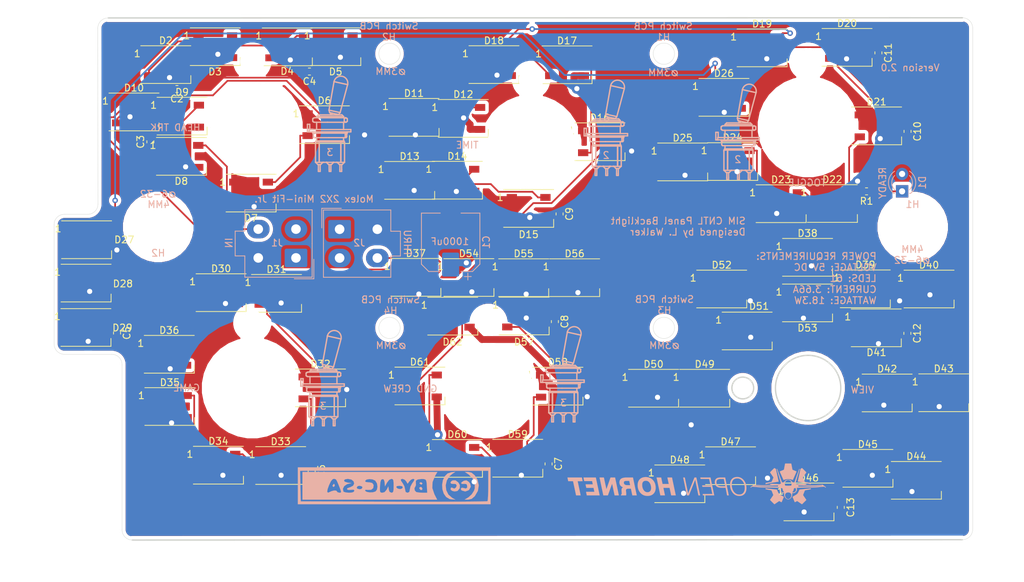
<source format=kicad_pcb>
(kicad_pcb (version 20171130) (host pcbnew "(5.1.6)-1")
  (layers (0 F.Cu signal) (31 B.Cu signal) (34 B.Paste user hide) (35 F.Paste user hide) (36 B.SilkS user) (37 F.SilkS user hide) (38 B.Mask user hide) (39 F.Mask user hide) (44 Edge.Cuts user))
  (net 0 "")
  (net 1 /LEDGND)
  (net 2 /LED+5V)
  (net 3 "Net-(D1-Pad1)")
  (net 4 "Net-(D2-Pad2)")
  (net 5 /DATAIN)
  (net 6 "Net-(D3-Pad2)")
  (net 7 "Net-(D4-Pad2)")
  (net 8 "Net-(D5-Pad2)")
  (net 9 "Net-(D6-Pad2)")
  (net 10 "Net-(D7-Pad2)")
  (net 11 "Net-(D8-Pad2)")
  (net 12 "Net-(D10-Pad4)")
  (net 13 "Net-(D10-Pad2)")
  (net 14 "Net-(D11-Pad2)")
  (net 15 "Net-(D12-Pad2)")
  (net 16 "Net-(D14-Pad2)")
  (net 17 "Net-(D15-Pad2)")
  (net 18 "Net-(D16-Pad2)")
  (net 19 "Net-(D17-Pad2)")
  (net 20 "Net-(D18-Pad2)")
  (net 21 "Net-(D19-Pad2)")
  (net 22 "Net-(D20-Pad2)")
  (net 23 "Net-(D21-Pad2)")
  (net 24 "Net-(D22-Pad2)")
  (net 25 "Net-(D23-Pad2)")
  (net 26 "Net-(D24-Pad2)")
  (net 27 "Net-(D26-Pad2)")
  (net 28 "Net-(D27-Pad2)")
  (net 29 "Net-(D28-Pad2)")
  (net 30 "Net-(D29-Pad2)")
  (net 31 "Net-(D30-Pad2)")
  (net 32 "Net-(D31-Pad2)")
  (net 33 "Net-(D32-Pad2)")
  (net 34 "Net-(D33-Pad2)")
  (net 35 "Net-(D34-Pad2)")
  (net 36 "Net-(D35-Pad2)")
  (net 37 "Net-(D36-Pad2)")
  (net 38 /DATAOUT)
  (net 39 "Net-(D38-Pad2)")
  (net 40 "Net-(D39-Pad2)")
  (net 41 "Net-(D40-Pad2)")
  (net 42 "Net-(D41-Pad2)")
  (net 43 "Net-(D42-Pad2)")
  (net 44 "Net-(D43-Pad2)")
  (net 45 "Net-(D44-Pad2)")
  (net 46 "Net-(D45-Pad2)")
  (net 47 "Net-(D46-Pad2)")
  (net 48 "Net-(D47-Pad2)")
  (net 49 "Net-(D48-Pad2)")
  (net 50 "Net-(D50-Pad2)")
  (net 51 "Net-(D51-Pad2)")
  (net 52 "Net-(D52-Pad2)")
  (net 53 "Net-(D53-Pad2)")
  (net 54 "Net-(D54-Pad2)")
  (net 55 "Net-(D55-Pad2)")
  (net 56 "Net-(D56-Pad2)")
  (net 57 "Net-(D57-Pad2)")
  (net 58 "Net-(D58-Pad2)")
  (net 59 "Net-(D59-Pad2)")
  (net 60 "Net-(D60-Pad2)")
  (net 61 "Net-(D61-Pad2)")
  (net 62 "Net-(D13-Pad2)")
  (net 63 "Net-(D25-Pad2)")
  (net 64 "Net-(D37-Pad2)")
  (net 65 "Net-(D49-Pad2)")
  (module OH_Backlighting:OH_Panel_6-32_PHS (layer F.Cu) (at 96.280995 83.275097)
    (fp_text reference 7 hide)
    (fp_text value OH_Panel_Fastner_Keepout hide)
    (fp_text user 4MM (at 0.075 -3.275 180) (layer B.SilkS) (effects (justify mirror)))
    (fp_text user H2 (at 0 3.81) (layer B.SilkS) (effects (justify mirror)))
    (fp_text user ⌀6-32 (at 0 -4.8) (layer B.SilkS) (effects (justify mirror)))
    (pad "" np_thru_hole circle (at 0 0) (size 4.3 4.3) (drill 4.3) (layers *.Cu *.Mask) (clearance 3))
  )
  (module OH_Backlighting:OH_Panel_6-32_PHS (layer F.Cu) (at 206.262994 83.275097)
    (fp_text reference 6 hide)
    (fp_text value OH_Panel_Fastner_Keepout hide)
    (fp_text user 4MM (at -0.020074 3.272863 180) (layer B.SilkS) (effects (justify mirror)))
    (fp_text user H1 (at -0.020074 -3.287957) (layer B.SilkS) (effects (justify mirror)))
    (fp_text user ⌀6-32 (at -0.058174 4.852743) (layer B.SilkS) (effects (justify mirror)))
    (pad "" np_thru_hole circle (at 0 0) (size 4.3 4.3) (drill 4.3) (layers *.Cu *.Mask) (clearance 3))
  )
  (module OH_Backlighting:100SPX_Toggle_13mm_x_18mm (layer F.Cu) (at 144.436009 106.770097 180)
    (fp_text reference 5 hide)
    (fp_text value 100SPX_Toggle_13mm_x_18mm hide)
    (pad "" np_thru_hole circle (at 0 0 180) (size 12.7 12.7) (drill 12.7) (layers *.Mask B.Cu) (clearance 3.65))
    (pad "" np_thru_hole circle (at 0 0 180) (size 12.7 12.7) (drill 12.7) (layers *.Mask F.Cu) (clearance 1))
    (pad "" np_thru_hole circle (at 0 9.525 180) (size 3.572 3.572) (drill 3.572) (layers *.Cu *.Mask) (clearance 1))
  )
  (module OH_Backlighting:100SPX_Toggle_13mm_x_18mm (layer F.Cu) (at 109.996995 106.770097 180)
    (fp_text reference 4 hide)
    (fp_text value 100SPX_Toggle_13mm_x_18mm hide)
    (pad "" np_thru_hole circle (at 0 0 180) (size 12.7 12.7) (drill 12.7) (layers *.Mask B.Cu) (clearance 3.65))
    (pad "" np_thru_hole circle (at 0 0 180) (size 12.7 12.7) (drill 12.7) (layers *.Mask F.Cu) (clearance 1))
    (pad "" np_thru_hole circle (at 0 9.525 180) (size 3.572 3.572) (drill 3.572) (layers *.Cu *.Mask) (clearance 1))
  )
  (module OH_Backlighting:100SPX_Toggle_13mm_x_18mm (layer F.Cu) (at 191.022995 68.670097 180)
    (fp_text reference 3 hide)
    (fp_text value 100SPX_Toggle_13mm_x_18mm hide)
    (pad "" np_thru_hole circle (at 0 0 180) (size 12.7 12.7) (drill 12.7) (layers *.Mask B.Cu) (clearance 3.65))
    (pad "" np_thru_hole circle (at 0 0 180) (size 12.7 12.7) (drill 12.7) (layers *.Mask F.Cu) (clearance 1))
    (pad "" np_thru_hole circle (at 0 9.525 180) (size 3.572 3.572) (drill 3.572) (layers *.Cu *.Mask) (clearance 1))
  )
  (module OH_Backlighting:100SPX_Toggle_13mm_x_18mm (layer F.Cu) (at 150.636995 71.337097 180)
    (fp_text reference 2 hide)
    (fp_text value 100SPX_Toggle_13mm_x_18mm hide)
    (pad "" np_thru_hole circle (at 0 0 180) (size 12.7 12.7) (drill 12.7) (layers *.Mask B.Cu) (clearance 3.65))
    (pad "" np_thru_hole circle (at 0 0 180) (size 12.7 12.7) (drill 12.7) (layers *.Mask F.Cu) (clearance 1))
    (pad "" np_thru_hole circle (at 0 9.525 180) (size 3.572 3.572) (drill 3.572) (layers *.Cu *.Mask) (clearance 1))
  )
  (module OH_Backlighting:100SPX_Toggle_13mm_x_18mm (layer F.Cu) (at 109.996995 68.670097 180)
    (fp_text reference 1 hide)
    (fp_text value 100SPX_Toggle_13mm_x_18mm hide)
    (pad "" np_thru_hole circle (at 0 0 180) (size 12.7 12.7) (drill 12.7) (layers *.Mask B.Cu) (clearance 3.65))
    (pad "" np_thru_hole circle (at 0 0 180) (size 12.7 12.7) (drill 12.7) (layers *.Mask F.Cu) (clearance 1))
    (pad "" np_thru_hole circle (at 0 9.525 180) (size 3.572 3.572) (drill 3.572) (layers *.Cu *.Mask) (clearance 1))
  )
  (module OH_General:CC-BY-NC-SA-Small (layer B.Cu) (at 130.76936 121.040354 180)
    (fp_text reference G*** hide)
    (fp_text value LOGO hide)
  )
  (module OH_General:OH_LOGO_37.7mm_5.9mm (layer B.Cu) (at 174.78502 120.7643 180)
    (fp_text reference G*** hide)
    (fp_text value LOGO hide)
  )
  (module LED_SMD:LED_WS2812B_PLCC4_5.0x5.0mm_P3.2mm (layer F.Cu) (at 97.3836 59.5884)
    (fp_text reference D2 (at 0 -3.5) (layer F.SilkS))
    (fp_text value WS2812B)
    (fp_text user 1 (at -4.15 -1.6) (layer F.SilkS))
    (pad 1 smd rect (at -2.45 -1.6) (size 1.5 1) (layers F.Cu F.Paste F.Mask) (net 2 /LED+5V))
    (pad 2 smd rect (at -2.45 1.6) (size 1.5 1) (layers F.Cu F.Paste F.Mask) (net 4 "Net-(D2-Pad2)"))
    (pad 4 smd rect (at 2.45 -1.6) (size 1.5 1) (layers F.Cu F.Paste F.Mask) (net 5 /DATAIN))
    (pad 3 smd rect (at 2.45 1.6) (size 1.5 1) (layers F.Cu F.Paste F.Mask) (net 1 /LEDGND))
  )
  (module Resistor_SMD:R_0603_1608Metric (layer F.Cu) (at 199.542 78.0796 180)
    (fp_text reference R1 (at 0 -1.43) (layer F.SilkS))
    (fp_text value R)
    (pad 2 smd roundrect (at 0.7875 0 180) (size 0.875 0.95) (layers F.Cu F.Paste F.Mask) (net 1 /LEDGND))
    (pad 1 smd roundrect (at -0.7875 0 180) (size 0.875 0.95) (layers F.Cu F.Paste F.Mask) (net 3 "Net-(D1-Pad1)"))
  )
  (module Connector_Molex:Molex_Mini-Fit_Jr_5566-04A_2x02_P4.20mm_Vertical (layer B.Cu) (at 122.725 83.6092 270)
    (fp_text reference J2 (at 1.9908 -2.875 180) (layer B.SilkS) (effects (justify mirror)))
    (fp_text value Conn_01x04_Female)
    (pad 4 thru_hole oval (at 4.2 -5.5 270) (size 2.7 3.3) (drill 1.4) (layers *.Cu *.Mask) (net 38 /DATAOUT))
    (pad 3 thru_hole oval (at 0 -5.5 270) (size 2.7 3.3) (drill 1.4) (layers *.Cu *.Mask) (net 1 /LEDGND))
    (pad 2 thru_hole oval (at 4.2 0 270) (size 2.7 3.3) (drill 1.4) (layers *.Cu *.Mask) (net 2 /LED+5V))
    (pad 1 thru_hole roundrect (at 0 0 270) (size 2.7 3.3) (drill 1.4) (layers *.Cu *.Mask) (roundrect_rratio 0.09259299999999999) (net 2 /LED+5V))
  )
  (module Connector_Molex:Molex_Mini-Fit_Jr_5566-04A_2x02_P4.20mm_Vertical (layer B.Cu) (at 116.365 87.7926 90)
    (fp_text reference J1 (at 2.1926 -2.765 180) (layer B.SilkS) (effects (justify mirror)))
    (fp_text value Conn_01x04_Female)
    (pad 4 thru_hole oval (at 4.2 -5.5 90) (size 2.7 3.3) (drill 1.4) (layers *.Cu *.Mask) (net 5 /DATAIN))
    (pad 3 thru_hole oval (at 0 -5.5 90) (size 2.7 3.3) (drill 1.4) (layers *.Cu *.Mask) (net 1 /LEDGND))
    (pad 2 thru_hole oval (at 4.2 0 90) (size 2.7 3.3) (drill 1.4) (layers *.Cu *.Mask) (net 2 /LED+5V))
    (pad 1 thru_hole roundrect (at 0 0 90) (size 2.7 3.3) (drill 1.4) (layers *.Cu *.Mask) (roundrect_rratio 0.09259299999999999) (net 2 /LED+5V))
  )
  (module Capacitor_SMD:C_0603_1608Metric (layer F.Cu) (at 195.783 124.191 270)
    (fp_text reference C13 (at 0 -1.43 90) (layer F.SilkS))
    (fp_text value C)
    (pad 2 smd roundrect (at 0.7875 0 270) (size 0.875 0.95) (layers F.Cu F.Paste F.Mask) (net 1 /LEDGND))
    (pad 1 smd roundrect (at -0.7875 0 270) (size 0.875 0.95) (layers F.Cu F.Paste F.Mask) (net 2 /LED+5V))
  )
  (module Capacitor_SMD:C_0603_1608Metric (layer F.Cu) (at 205.489 98.7984 270)
    (fp_text reference C12 (at 0 -1.43 90) (layer F.SilkS))
    (fp_text value C)
    (pad 2 smd roundrect (at 0.7875 0 270) (size 0.875 0.95) (layers F.Cu F.Paste F.Mask) (net 1 /LEDGND))
    (pad 1 smd roundrect (at -0.7875 0 270) (size 0.875 0.95) (layers F.Cu F.Paste F.Mask) (net 2 /LED+5V))
  )
  (module Capacitor_SMD:C_0603_1608Metric (layer F.Cu) (at 201.267 57.8763 270)
    (fp_text reference C11 (at 0 -1.43 90) (layer F.SilkS))
    (fp_text value C)
    (pad 2 smd roundrect (at 0.7875 0 270) (size 0.875 0.95) (layers F.Cu F.Paste F.Mask) (net 1 /LEDGND))
    (pad 1 smd roundrect (at -0.7875 0 270) (size 0.875 0.95) (layers F.Cu F.Paste F.Mask) (net 2 /LED+5V))
  )
  (module Capacitor_SMD:C_0603_1608Metric (layer F.Cu) (at 205.519 69.3292 270)
    (fp_text reference C10 (at 0 -1.43 90) (layer F.SilkS))
    (fp_text value C)
    (pad 2 smd roundrect (at 0.7875 0 270) (size 0.875 0.95) (layers F.Cu F.Paste F.Mask) (net 1 /LEDGND))
    (pad 1 smd roundrect (at -0.7875 0 270) (size 0.875 0.95) (layers F.Cu F.Paste F.Mask) (net 2 /LED+5V))
  )
  (module Capacitor_SMD:C_0603_1608Metric (layer F.Cu) (at 154.795 81.379 270)
    (fp_text reference C9 (at 0 -1.43 90) (layer F.SilkS))
    (fp_text value C)
    (pad 2 smd roundrect (at 0.7875 0 270) (size 0.875 0.95) (layers F.Cu F.Paste F.Mask) (net 1 /LEDGND))
    (pad 1 smd roundrect (at -0.7875 0 270) (size 0.875 0.95) (layers F.Cu F.Paste F.Mask) (net 2 /LED+5V))
  )
  (module Capacitor_SMD:C_0603_1608Metric (layer F.Cu) (at 154.104 97.084 270)
    (fp_text reference C8 (at 0 -1.43 90) (layer F.SilkS))
    (fp_text value C)
    (pad 2 smd roundrect (at 0.7875 0 270) (size 0.875 0.95) (layers F.Cu F.Paste F.Mask) (net 1 /LEDGND))
    (pad 1 smd roundrect (at -0.7875 0 270) (size 0.875 0.95) (layers F.Cu F.Paste F.Mask) (net 2 /LED+5V))
  )
  (module Capacitor_SMD:C_0603_1608Metric (layer F.Cu) (at 153.19 117.848 270)
    (fp_text reference C7 (at 0 -1.43 90) (layer F.SilkS))
    (fp_text value C)
    (pad 2 smd roundrect (at 0.7875 0 270) (size 0.875 0.95) (layers F.Cu F.Paste F.Mask) (net 1 /LEDGND))
    (pad 1 smd roundrect (at -0.7875 0 270) (size 0.875 0.95) (layers F.Cu F.Paste F.Mask) (net 2 /LED+5V))
  )
  (module Capacitor_SMD:C_0603_1608Metric (layer F.Cu) (at 118.656 118.895 270)
    (fp_text reference C6 (at 0 -1.43 90) (layer F.SilkS))
    (fp_text value C)
    (pad 2 smd roundrect (at 0.7875 0 270) (size 0.875 0.95) (layers F.Cu F.Paste F.Mask) (net 1 /LEDGND))
    (pad 1 smd roundrect (at -0.7875 0 270) (size 0.875 0.95) (layers F.Cu F.Paste F.Mask) (net 2 /LED+5V))
  )
  (module Capacitor_SMD:C_0603_1608Metric (layer F.Cu) (at 90.2792 98.7501 270)
    (fp_text reference C5 (at 0 -1.43 90) (layer F.SilkS))
    (fp_text value C)
    (pad 2 smd roundrect (at 0.7875 0 270) (size 0.875 0.95) (layers F.Cu F.Paste F.Mask) (net 1 /LEDGND))
    (pad 1 smd roundrect (at -0.7875 0 270) (size 0.875 0.95) (layers F.Cu F.Paste F.Mask) (net 2 /LED+5V))
  )
  (module Capacitor_SMD:C_0603_1608Metric (layer F.Cu) (at 118.329 60.6044 180)
    (fp_text reference C4 (at 0 -1.43) (layer F.SilkS))
    (fp_text value C)
    (pad 2 smd roundrect (at 0.7875 0 180) (size 0.875 0.95) (layers F.Cu F.Paste F.Mask) (net 1 /LEDGND))
    (pad 1 smd roundrect (at -0.7875 0 180) (size 0.875 0.95) (layers F.Cu F.Paste F.Mask) (net 2 /LED+5V))
  )
  (module Capacitor_SMD:C_0603_1608Metric (layer F.Cu) (at 95.1382 70.8558 90)
    (fp_text reference C3 (at 0 -1.43 90) (layer F.SilkS))
    (fp_text value C)
    (pad 2 smd roundrect (at 0.7875 0 90) (size 0.875 0.95) (layers F.Cu F.Paste F.Mask) (net 1 /LEDGND))
    (pad 1 smd roundrect (at -0.7875 0 90) (size 0.875 0.95) (layers F.Cu F.Paste F.Mask) (net 2 /LED+5V))
  )
  (module Capacitor_SMD:C_0603_1608Metric (layer F.Cu) (at 99.0116 63.152 180)
    (fp_text reference C2 (at 0 -1.43) (layer F.SilkS))
    (fp_text value C)
    (pad 2 smd roundrect (at 0.7875 0 180) (size 0.875 0.95) (layers F.Cu F.Paste F.Mask) (net 1 /LEDGND))
    (pad 1 smd roundrect (at -0.7875 0 180) (size 0.875 0.95) (layers F.Cu F.Paste F.Mask) (net 2 /LED+5V))
  )
  (module "Kicad Footprint Files:100SpxToggle" (layer F.Cu) (at 181.381 70.739)
    (fp_text reference G3 hide)
    (fp_text value LOGO hide)
  )
  (module "Kicad Footprint Files:100SpxToggle" (layer F.Cu) (at 155.854 106.121)
    (fp_text reference G5 hide)
    (fp_text value LOGO hide)
  )
  (module "Kicad Footprint Files:100SpxToggle" (layer F.Cu) (at 120.879 106.68)
    (fp_text reference G4 hide)
    (fp_text value LOGO hide)
  )
  (module "Kicad Footprint Files:100SpxToggle" (layer F.Cu) (at 162.179 70.1548)
    (fp_text reference G2 hide)
    (fp_text value LOGO hide)
  )
  (module "Kicad Footprint Files:100SpxToggle" (layer F.Cu) (at 121.844 69.5706)
    (fp_text reference G1 hide)
    (fp_text value LOGO hide)
  )
  (module LED_SMD:LED_WS2812B_PLCC4_5.0x5.0mm_P3.2mm (layer F.Cu) (at 139.217 96.2914)
    (fp_text reference D62 (at -0.025 3.7592) (layer F.SilkS))
    (fp_text value WS2812B)
    (fp_text user 1 (at -4.15 -1.6) (layer F.SilkS))
    (pad 1 smd rect (at -2.45 -1.6) (size 1.5 1) (layers F.Cu F.Paste F.Mask) (net 2 /LED+5V))
    (pad 2 smd rect (at -2.45 1.6) (size 1.5 1) (layers F.Cu F.Paste F.Mask) (net 38 /DATAOUT))
    (pad 4 smd rect (at 2.45 -1.6) (size 1.5 1) (layers F.Cu F.Paste F.Mask) (net 61 "Net-(D61-Pad2)"))
    (pad 3 smd rect (at 2.45 1.6) (size 1.5 1) (layers F.Cu F.Paste F.Mask) (net 1 /LEDGND))
  )
  (module LED_SMD:LED_WS2812B_PLCC4_5.0x5.0mm_P3.2mm (layer F.Cu) (at 134.431 106.477)
    (fp_text reference D61 (at 0 -3.5) (layer F.SilkS))
    (fp_text value WS2812B)
    (fp_text user 1 (at -4.15 -1.6) (layer F.SilkS))
    (pad 1 smd rect (at -2.45 -1.6) (size 1.5 1) (layers F.Cu F.Paste F.Mask) (net 2 /LED+5V))
    (pad 2 smd rect (at -2.45 1.6) (size 1.5 1) (layers F.Cu F.Paste F.Mask) (net 61 "Net-(D61-Pad2)"))
    (pad 4 smd rect (at 2.45 -1.6) (size 1.5 1) (layers F.Cu F.Paste F.Mask) (net 60 "Net-(D60-Pad2)"))
    (pad 3 smd rect (at 2.45 1.6) (size 1.5 1) (layers F.Cu F.Paste F.Mask) (net 1 /LEDGND))
  )
  (module LED_SMD:LED_WS2812B_PLCC4_5.0x5.0mm_P3.2mm (layer F.Cu) (at 139.892 117.043)
    (fp_text reference D60 (at 0 -3.5) (layer F.SilkS))
    (fp_text value WS2812B)
    (fp_text user 1 (at -4.15 -1.6) (layer F.SilkS))
    (pad 1 smd rect (at -2.45 -1.6) (size 1.5 1) (layers F.Cu F.Paste F.Mask) (net 2 /LED+5V))
    (pad 2 smd rect (at -2.45 1.6) (size 1.5 1) (layers F.Cu F.Paste F.Mask) (net 60 "Net-(D60-Pad2)"))
    (pad 4 smd rect (at 2.45 -1.6) (size 1.5 1) (layers F.Cu F.Paste F.Mask) (net 59 "Net-(D59-Pad2)"))
    (pad 3 smd rect (at 2.45 1.6) (size 1.5 1) (layers F.Cu F.Paste F.Mask) (net 1 /LEDGND))
  )
  (module LED_SMD:LED_WS2812B_PLCC4_5.0x5.0mm_P3.2mm (layer F.Cu) (at 148.692 117.018)
    (fp_text reference D59 (at 0 -3.5) (layer F.SilkS))
    (fp_text value WS2812B)
    (fp_text user 1 (at -4.15 -1.6) (layer F.SilkS))
    (pad 1 smd rect (at -2.45 -1.6) (size 1.5 1) (layers F.Cu F.Paste F.Mask) (net 2 /LED+5V))
    (pad 2 smd rect (at -2.45 1.6) (size 1.5 1) (layers F.Cu F.Paste F.Mask) (net 59 "Net-(D59-Pad2)"))
    (pad 4 smd rect (at 2.45 -1.6) (size 1.5 1) (layers F.Cu F.Paste F.Mask) (net 58 "Net-(D58-Pad2)"))
    (pad 3 smd rect (at 2.45 1.6) (size 1.5 1) (layers F.Cu F.Paste F.Mask) (net 1 /LEDGND))
  )
  (module LED_SMD:LED_WS2812B_PLCC4_5.0x5.0mm_P3.2mm (layer F.Cu) (at 154.547 106.502)
    (fp_text reference D58 (at 0 -3.5) (layer F.SilkS))
    (fp_text value WS2812B)
    (fp_text user 1 (at -4.15 -1.6) (layer F.SilkS))
    (pad 1 smd rect (at -2.45 -1.6) (size 1.5 1) (layers F.Cu F.Paste F.Mask) (net 2 /LED+5V))
    (pad 2 smd rect (at -2.45 1.6) (size 1.5 1) (layers F.Cu F.Paste F.Mask) (net 58 "Net-(D58-Pad2)"))
    (pad 4 smd rect (at 2.45 -1.6) (size 1.5 1) (layers F.Cu F.Paste F.Mask) (net 57 "Net-(D57-Pad2)"))
    (pad 3 smd rect (at 2.45 1.6) (size 1.5 1) (layers F.Cu F.Paste F.Mask) (net 1 /LEDGND))
  )
  (module LED_SMD:LED_WS2812B_PLCC4_5.0x5.0mm_P3.2mm (layer F.Cu) (at 149.62 96.2658)
    (fp_text reference D57 (at -0.014 3.7848) (layer F.SilkS))
    (fp_text value WS2812B)
    (fp_text user 1 (at -4.15 -1.6) (layer F.SilkS))
    (pad 1 smd rect (at -2.45 -1.6) (size 1.5 1) (layers F.Cu F.Paste F.Mask) (net 2 /LED+5V))
    (pad 2 smd rect (at -2.45 1.6) (size 1.5 1) (layers F.Cu F.Paste F.Mask) (net 57 "Net-(D57-Pad2)"))
    (pad 4 smd rect (at 2.45 -1.6) (size 1.5 1) (layers F.Cu F.Paste F.Mask) (net 56 "Net-(D56-Pad2)"))
    (pad 3 smd rect (at 2.45 1.6) (size 1.5 1) (layers F.Cu F.Paste F.Mask) (net 1 /LEDGND))
  )
  (module LED_SMD:LED_WS2812B_PLCC4_5.0x5.0mm_P3.2mm (layer F.Cu) (at 156.986 90.6778)
    (fp_text reference D56 (at 0 -3.5) (layer F.SilkS))
    (fp_text value WS2812B)
    (fp_text user 1 (at -4.15 -1.6) (layer F.SilkS))
    (pad 1 smd rect (at -2.45 -1.6) (size 1.5 1) (layers F.Cu F.Paste F.Mask) (net 2 /LED+5V))
    (pad 2 smd rect (at -2.45 1.6) (size 1.5 1) (layers F.Cu F.Paste F.Mask) (net 56 "Net-(D56-Pad2)"))
    (pad 4 smd rect (at 2.45 -1.6) (size 1.5 1) (layers F.Cu F.Paste F.Mask) (net 55 "Net-(D55-Pad2)"))
    (pad 3 smd rect (at 2.45 1.6) (size 1.5 1) (layers F.Cu F.Paste F.Mask) (net 1 /LEDGND))
  )
  (module LED_SMD:LED_WS2812B_PLCC4_5.0x5.0mm_P3.2mm (layer F.Cu) (at 149.555 90.678)
    (fp_text reference D55 (at 0 -3.5) (layer F.SilkS))
    (fp_text value WS2812B)
    (fp_text user 1 (at -4.15 -1.6) (layer F.SilkS))
    (pad 1 smd rect (at -2.45 -1.6) (size 1.5 1) (layers F.Cu F.Paste F.Mask) (net 2 /LED+5V))
    (pad 2 smd rect (at -2.45 1.6) (size 1.5 1) (layers F.Cu F.Paste F.Mask) (net 55 "Net-(D55-Pad2)"))
    (pad 4 smd rect (at 2.45 -1.6) (size 1.5 1) (layers F.Cu F.Paste F.Mask) (net 54 "Net-(D54-Pad2)"))
    (pad 3 smd rect (at 2.45 1.6) (size 1.5 1) (layers F.Cu F.Paste F.Mask) (net 1 /LEDGND))
  )
  (module LED_SMD:LED_WS2812B_PLCC4_5.0x5.0mm_P3.2mm (layer F.Cu) (at 141.568 90.6528)
    (fp_text reference D54 (at 0 -3.5) (layer F.SilkS))
    (fp_text value WS2812B)
    (fp_text user 1 (at -4.15 -1.6) (layer F.SilkS))
    (pad 1 smd rect (at -2.45 -1.6) (size 1.5 1) (layers F.Cu F.Paste F.Mask) (net 2 /LED+5V))
    (pad 2 smd rect (at -2.45 1.6) (size 1.5 1) (layers F.Cu F.Paste F.Mask) (net 54 "Net-(D54-Pad2)"))
    (pad 4 smd rect (at 2.45 -1.6) (size 1.5 1) (layers F.Cu F.Paste F.Mask) (net 53 "Net-(D53-Pad2)"))
    (pad 3 smd rect (at 2.45 1.6) (size 1.5 1) (layers F.Cu F.Paste F.Mask) (net 1 /LEDGND))
  )
  (module LED_SMD:LED_WS2812B_PLCC4_5.0x5.0mm_P3.2mm (layer F.Cu) (at 190.932 94.361)
    (fp_text reference D53 (at -0.0002 3.6576) (layer F.SilkS))
    (fp_text value WS2812B)
    (fp_text user 1 (at -4.15 -1.6) (layer F.SilkS))
    (pad 1 smd rect (at -2.45 -1.6) (size 1.5 1) (layers F.Cu F.Paste F.Mask) (net 2 /LED+5V))
    (pad 2 smd rect (at -2.45 1.6) (size 1.5 1) (layers F.Cu F.Paste F.Mask) (net 53 "Net-(D53-Pad2)"))
    (pad 4 smd rect (at 2.45 -1.6) (size 1.5 1) (layers F.Cu F.Paste F.Mask) (net 52 "Net-(D52-Pad2)"))
    (pad 3 smd rect (at 2.45 1.6) (size 1.5 1) (layers F.Cu F.Paste F.Mask) (net 1 /LEDGND))
  )
  (module LED_SMD:LED_WS2812B_PLCC4_5.0x5.0mm_P3.2mm (layer F.Cu) (at 178.423 92.3288)
    (fp_text reference D52 (at 0 -3.5) (layer F.SilkS))
    (fp_text value WS2812B)
    (fp_text user 1 (at -4.15 -1.6) (layer F.SilkS))
    (pad 1 smd rect (at -2.45 -1.6) (size 1.5 1) (layers F.Cu F.Paste F.Mask) (net 2 /LED+5V))
    (pad 2 smd rect (at -2.45 1.6) (size 1.5 1) (layers F.Cu F.Paste F.Mask) (net 52 "Net-(D52-Pad2)"))
    (pad 4 smd rect (at 2.45 -1.6) (size 1.5 1) (layers F.Cu F.Paste F.Mask) (net 51 "Net-(D51-Pad2)"))
    (pad 3 smd rect (at 2.45 1.6) (size 1.5 1) (layers F.Cu F.Paste F.Mask) (net 1 /LEDGND))
  )
  (module LED_SMD:LED_WS2812B_PLCC4_5.0x5.0mm_P3.2mm (layer F.Cu) (at 182.132 98.4502)
    (fp_text reference D51 (at 1.7386 -3.6066) (layer F.SilkS))
    (fp_text value WS2812B)
    (fp_text user 1 (at -4.15 -1.6) (layer F.SilkS))
    (pad 1 smd rect (at -2.45 -1.6) (size 1.5 1) (layers F.Cu F.Paste F.Mask) (net 2 /LED+5V))
    (pad 2 smd rect (at -2.45 1.6) (size 1.5 1) (layers F.Cu F.Paste F.Mask) (net 51 "Net-(D51-Pad2)"))
    (pad 4 smd rect (at 2.45 -1.6) (size 1.5 1) (layers F.Cu F.Paste F.Mask) (net 50 "Net-(D50-Pad2)"))
    (pad 3 smd rect (at 2.45 1.6) (size 1.5 1) (layers F.Cu F.Paste F.Mask) (net 1 /LEDGND))
  )
  (module LED_SMD:LED_WS2812B_PLCC4_5.0x5.0mm_P3.2mm (layer F.Cu) (at 168.492 106.807)
    (fp_text reference D50 (at 0 -3.5) (layer F.SilkS))
    (fp_text value WS2812B)
    (fp_text user 1 (at -4.15 -1.6) (layer F.SilkS))
    (pad 1 smd rect (at -2.45 -1.6) (size 1.5 1) (layers F.Cu F.Paste F.Mask) (net 2 /LED+5V))
    (pad 2 smd rect (at -2.45 1.6) (size 1.5 1) (layers F.Cu F.Paste F.Mask) (net 50 "Net-(D50-Pad2)"))
    (pad 4 smd rect (at 2.45 -1.6) (size 1.5 1) (layers F.Cu F.Paste F.Mask) (net 65 "Net-(D49-Pad2)"))
    (pad 3 smd rect (at 2.45 1.6) (size 1.5 1) (layers F.Cu F.Paste F.Mask) (net 1 /LEDGND))
  )
  (module LED_SMD:LED_WS2812B_PLCC4_5.0x5.0mm_P3.2mm (layer F.Cu) (at 175.946 106.807)
    (fp_text reference D49 (at 0 -3.5) (layer F.SilkS))
    (fp_text value WS2812B)
    (fp_text user 1 (at -4.15 -1.6) (layer F.SilkS))
    (pad 1 smd rect (at -2.45 -1.6) (size 1.5 1) (layers F.Cu F.Paste F.Mask) (net 2 /LED+5V))
    (pad 2 smd rect (at -2.45 1.6) (size 1.5 1) (layers F.Cu F.Paste F.Mask) (net 65 "Net-(D49-Pad2)"))
    (pad 4 smd rect (at 2.45 -1.6) (size 1.5 1) (layers F.Cu F.Paste F.Mask) (net 49 "Net-(D48-Pad2)"))
    (pad 3 smd rect (at 2.45 1.6) (size 1.5 1) (layers F.Cu F.Paste F.Mask) (net 1 /LEDGND))
  )
  (module LED_SMD:LED_WS2812B_PLCC4_5.0x5.0mm_P3.2mm (layer F.Cu) (at 172.314 120.752)
    (fp_text reference D48 (at 0 -3.5) (layer F.SilkS))
    (fp_text value WS2812B)
    (fp_text user 1 (at -4.15 -1.6) (layer F.SilkS))
    (pad 1 smd rect (at -2.45 -1.6) (size 1.5 1) (layers F.Cu F.Paste F.Mask) (net 2 /LED+5V))
    (pad 2 smd rect (at -2.45 1.6) (size 1.5 1) (layers F.Cu F.Paste F.Mask) (net 49 "Net-(D48-Pad2)"))
    (pad 4 smd rect (at 2.45 -1.6) (size 1.5 1) (layers F.Cu F.Paste F.Mask) (net 48 "Net-(D47-Pad2)"))
    (pad 3 smd rect (at 2.45 1.6) (size 1.5 1) (layers F.Cu F.Paste F.Mask) (net 1 /LEDGND))
  )
  (module LED_SMD:LED_WS2812B_PLCC4_5.0x5.0mm_P3.2mm (layer F.Cu) (at 179.719 118.11)
    (fp_text reference D47 (at 0 -3.5) (layer F.SilkS))
    (fp_text value WS2812B)
    (fp_text user 1 (at -4.15 -1.6) (layer F.SilkS))
    (pad 1 smd rect (at -2.45 -1.6) (size 1.5 1) (layers F.Cu F.Paste F.Mask) (net 2 /LED+5V))
    (pad 2 smd rect (at -2.45 1.6) (size 1.5 1) (layers F.Cu F.Paste F.Mask) (net 48 "Net-(D47-Pad2)"))
    (pad 4 smd rect (at 2.45 -1.6) (size 1.5 1) (layers F.Cu F.Paste F.Mask) (net 47 "Net-(D46-Pad2)"))
    (pad 3 smd rect (at 2.45 1.6) (size 1.5 1) (layers F.Cu F.Paste F.Mask) (net 1 /LEDGND))
  )
  (module LED_SMD:LED_WS2812B_PLCC4_5.0x5.0mm_P3.2mm (layer F.Cu) (at 191.135 123.393)
    (fp_text reference D46 (at 0 -3.5) (layer F.SilkS))
    (fp_text value WS2812B)
    (fp_text user 1 (at -4.15 -1.6) (layer F.SilkS))
    (pad 1 smd rect (at -2.45 -1.6) (size 1.5 1) (layers F.Cu F.Paste F.Mask) (net 2 /LED+5V))
    (pad 2 smd rect (at -2.45 1.6) (size 1.5 1) (layers F.Cu F.Paste F.Mask) (net 47 "Net-(D46-Pad2)"))
    (pad 4 smd rect (at 2.45 -1.6) (size 1.5 1) (layers F.Cu F.Paste F.Mask) (net 46 "Net-(D45-Pad2)"))
    (pad 3 smd rect (at 2.45 1.6) (size 1.5 1) (layers F.Cu F.Paste F.Mask) (net 1 /LEDGND))
  )
  (module LED_SMD:LED_WS2812B_PLCC4_5.0x5.0mm_P3.2mm (layer F.Cu) (at 199.734 118.491)
    (fp_text reference D45 (at 0 -3.5) (layer F.SilkS))
    (fp_text value WS2812B)
    (fp_text user 1 (at -4.15 -1.6) (layer F.SilkS))
    (pad 1 smd rect (at -2.45 -1.6) (size 1.5 1) (layers F.Cu F.Paste F.Mask) (net 2 /LED+5V))
    (pad 2 smd rect (at -2.45 1.6) (size 1.5 1) (layers F.Cu F.Paste F.Mask) (net 46 "Net-(D45-Pad2)"))
    (pad 4 smd rect (at 2.45 -1.6) (size 1.5 1) (layers F.Cu F.Paste F.Mask) (net 45 "Net-(D44-Pad2)"))
    (pad 3 smd rect (at 2.45 1.6) (size 1.5 1) (layers F.Cu F.Paste F.Mask) (net 1 /LEDGND))
  )
  (module LED_SMD:LED_WS2812B_PLCC4_5.0x5.0mm_P3.2mm (layer F.Cu) (at 206.795 120.243)
    (fp_text reference D44 (at 0 -3.5) (layer F.SilkS))
    (fp_text value WS2812B)
    (fp_text user 1 (at -4.15 -1.6) (layer F.SilkS))
    (pad 1 smd rect (at -2.45 -1.6) (size 1.5 1) (layers F.Cu F.Paste F.Mask) (net 2 /LED+5V))
    (pad 2 smd rect (at -2.45 1.6) (size 1.5 1) (layers F.Cu F.Paste F.Mask) (net 45 "Net-(D44-Pad2)"))
    (pad 4 smd rect (at 2.45 -1.6) (size 1.5 1) (layers F.Cu F.Paste F.Mask) (net 44 "Net-(D43-Pad2)"))
    (pad 3 smd rect (at 2.45 1.6) (size 1.5 1) (layers F.Cu F.Paste F.Mask) (net 1 /LEDGND))
  )
  (module LED_SMD:LED_WS2812B_PLCC4_5.0x5.0mm_P3.2mm (layer F.Cu) (at 210.795 107.467)
    (fp_text reference D43 (at 0 -3.5) (layer F.SilkS))
    (fp_text value WS2812B)
    (fp_text user 1 (at -4.15 -1.6) (layer F.SilkS))
    (pad 1 smd rect (at -2.45 -1.6) (size 1.5 1) (layers F.Cu F.Paste F.Mask) (net 2 /LED+5V))
    (pad 2 smd rect (at -2.45 1.6) (size 1.5 1) (layers F.Cu F.Paste F.Mask) (net 44 "Net-(D43-Pad2)"))
    (pad 4 smd rect (at 2.45 -1.6) (size 1.5 1) (layers F.Cu F.Paste F.Mask) (net 43 "Net-(D42-Pad2)"))
    (pad 3 smd rect (at 2.45 1.6) (size 1.5 1) (layers F.Cu F.Paste F.Mask) (net 1 /LEDGND))
  )
  (module LED_SMD:LED_WS2812B_PLCC4_5.0x5.0mm_P3.2mm (layer F.Cu) (at 202.54 107.493)
    (fp_text reference D42 (at 0 -3.5) (layer F.SilkS))
    (fp_text value WS2812B)
    (fp_text user 1 (at -4.15 -1.6) (layer F.SilkS))
    (pad 1 smd rect (at -2.45 -1.6) (size 1.5 1) (layers F.Cu F.Paste F.Mask) (net 2 /LED+5V))
    (pad 2 smd rect (at -2.45 1.6) (size 1.5 1) (layers F.Cu F.Paste F.Mask) (net 43 "Net-(D42-Pad2)"))
    (pad 4 smd rect (at 2.45 -1.6) (size 1.5 1) (layers F.Cu F.Paste F.Mask) (net 42 "Net-(D41-Pad2)"))
    (pad 3 smd rect (at 2.45 1.6) (size 1.5 1) (layers F.Cu F.Paste F.Mask) (net 1 /LEDGND))
  )
  (module LED_SMD:LED_WS2812B_PLCC4_5.0x5.0mm_P3.2mm (layer F.Cu) (at 200.953 97.993)
    (fp_text reference D41 (at 0.0372 3.607) (layer F.SilkS))
    (fp_text value WS2812B)
    (fp_text user 1 (at -4.15 -1.6) (layer F.SilkS))
    (pad 1 smd rect (at -2.45 -1.6) (size 1.5 1) (layers F.Cu F.Paste F.Mask) (net 2 /LED+5V))
    (pad 2 smd rect (at -2.45 1.6) (size 1.5 1) (layers F.Cu F.Paste F.Mask) (net 42 "Net-(D41-Pad2)"))
    (pad 4 smd rect (at 2.45 -1.6) (size 1.5 1) (layers F.Cu F.Paste F.Mask) (net 41 "Net-(D40-Pad2)"))
    (pad 3 smd rect (at 2.45 1.6) (size 1.5 1) (layers F.Cu F.Paste F.Mask) (net 1 /LEDGND))
  )
  (module LED_SMD:LED_WS2812B_PLCC4_5.0x5.0mm_P3.2mm (layer F.Cu) (at 208.649 92.3292)
    (fp_text reference D40 (at 0 -3.5) (layer F.SilkS))
    (fp_text value WS2812B)
    (fp_text user 1 (at -4.15 -1.6) (layer F.SilkS))
    (pad 1 smd rect (at -2.45 -1.6) (size 1.5 1) (layers F.Cu F.Paste F.Mask) (net 2 /LED+5V))
    (pad 2 smd rect (at -2.45 1.6) (size 1.5 1) (layers F.Cu F.Paste F.Mask) (net 41 "Net-(D40-Pad2)"))
    (pad 4 smd rect (at 2.45 -1.6) (size 1.5 1) (layers F.Cu F.Paste F.Mask) (net 40 "Net-(D39-Pad2)"))
    (pad 3 smd rect (at 2.45 1.6) (size 1.5 1) (layers F.Cu F.Paste F.Mask) (net 1 /LEDGND))
  )
  (module LED_SMD:LED_WS2812B_PLCC4_5.0x5.0mm_P3.2mm (layer F.Cu) (at 199.353 92.3034)
    (fp_text reference D39 (at 0 -3.5) (layer F.SilkS))
    (fp_text value WS2812B)
    (fp_text user 1 (at -4.15 -1.6) (layer F.SilkS))
    (pad 1 smd rect (at -2.45 -1.6) (size 1.5 1) (layers F.Cu F.Paste F.Mask) (net 2 /LED+5V))
    (pad 2 smd rect (at -2.45 1.6) (size 1.5 1) (layers F.Cu F.Paste F.Mask) (net 40 "Net-(D39-Pad2)"))
    (pad 4 smd rect (at 2.45 -1.6) (size 1.5 1) (layers F.Cu F.Paste F.Mask) (net 39 "Net-(D38-Pad2)"))
    (pad 3 smd rect (at 2.45 1.6) (size 1.5 1) (layers F.Cu F.Paste F.Mask) (net 1 /LEDGND))
  )
  (module LED_SMD:LED_WS2812B_PLCC4_5.0x5.0mm_P3.2mm (layer F.Cu) (at 190.943 87.706)
    (fp_text reference D38 (at 0 -3.5) (layer F.SilkS))
    (fp_text value WS2812B)
    (fp_text user 1 (at -4.15 -1.6) (layer F.SilkS))
    (pad 1 smd rect (at -2.45 -1.6) (size 1.5 1) (layers F.Cu F.Paste F.Mask) (net 2 /LED+5V))
    (pad 2 smd rect (at -2.45 1.6) (size 1.5 1) (layers F.Cu F.Paste F.Mask) (net 39 "Net-(D38-Pad2)"))
    (pad 4 smd rect (at 2.45 -1.6) (size 1.5 1) (layers F.Cu F.Paste F.Mask) (net 64 "Net-(D37-Pad2)"))
    (pad 3 smd rect (at 2.45 1.6) (size 1.5 1) (layers F.Cu F.Paste F.Mask) (net 1 /LEDGND))
  )
  (module LED_SMD:LED_WS2812B_PLCC4_5.0x5.0mm_P3.2mm (layer F.Cu) (at 133.833 90.6272)
    (fp_text reference D37 (at 0 -3.5) (layer F.SilkS))
    (fp_text value WS2812B)
    (fp_text user 1 (at -4.15 -1.6) (layer F.SilkS))
    (pad 1 smd rect (at -2.45 -1.6) (size 1.5 1) (layers F.Cu F.Paste F.Mask) (net 2 /LED+5V))
    (pad 2 smd rect (at -2.45 1.6) (size 1.5 1) (layers F.Cu F.Paste F.Mask) (net 64 "Net-(D37-Pad2)"))
    (pad 4 smd rect (at 2.45 -1.6) (size 1.5 1) (layers F.Cu F.Paste F.Mask) (net 37 "Net-(D36-Pad2)"))
    (pad 3 smd rect (at 2.45 1.6) (size 1.5 1) (layers F.Cu F.Paste F.Mask) (net 1 /LEDGND))
  )
  (module LED_SMD:LED_WS2812B_PLCC4_5.0x5.0mm_P3.2mm (layer F.Cu) (at 97.8916 101.854)
    (fp_text reference D36 (at 0 -3.5) (layer F.SilkS))
    (fp_text value WS2812B)
    (fp_text user 1 (at -4.15 -1.6) (layer F.SilkS))
    (pad 1 smd rect (at -2.45 -1.6) (size 1.5 1) (layers F.Cu F.Paste F.Mask) (net 2 /LED+5V))
    (pad 2 smd rect (at -2.45 1.6) (size 1.5 1) (layers F.Cu F.Paste F.Mask) (net 37 "Net-(D36-Pad2)"))
    (pad 4 smd rect (at 2.45 -1.6) (size 1.5 1) (layers F.Cu F.Paste F.Mask) (net 36 "Net-(D35-Pad2)"))
    (pad 3 smd rect (at 2.45 1.6) (size 1.5 1) (layers F.Cu F.Paste F.Mask) (net 1 /LEDGND))
  )
  (module LED_SMD:LED_WS2812B_PLCC4_5.0x5.0mm_P3.2mm (layer F.Cu) (at 97.9816 109.474)
    (fp_text reference D35 (at 0 -3.5) (layer F.SilkS))
    (fp_text value WS2812B)
    (fp_text user 1 (at -4.15 -1.6) (layer F.SilkS))
    (pad 1 smd rect (at -2.45 -1.6) (size 1.5 1) (layers F.Cu F.Paste F.Mask) (net 2 /LED+5V))
    (pad 2 smd rect (at -2.45 1.6) (size 1.5 1) (layers F.Cu F.Paste F.Mask) (net 36 "Net-(D35-Pad2)"))
    (pad 4 smd rect (at 2.45 -1.6) (size 1.5 1) (layers F.Cu F.Paste F.Mask) (net 35 "Net-(D34-Pad2)"))
    (pad 3 smd rect (at 2.45 1.6) (size 1.5 1) (layers F.Cu F.Paste F.Mask) (net 1 /LEDGND))
  )
  (module LED_SMD:LED_WS2812B_PLCC4_5.0x5.0mm_P3.2mm (layer F.Cu) (at 105.054 118.034)
    (fp_text reference D34 (at 0 -3.5) (layer F.SilkS))
    (fp_text value WS2812B)
    (fp_text user 1 (at -4.15 -1.6) (layer F.SilkS))
    (pad 1 smd rect (at -2.45 -1.6) (size 1.5 1) (layers F.Cu F.Paste F.Mask) (net 2 /LED+5V))
    (pad 2 smd rect (at -2.45 1.6) (size 1.5 1) (layers F.Cu F.Paste F.Mask) (net 35 "Net-(D34-Pad2)"))
    (pad 4 smd rect (at 2.45 -1.6) (size 1.5 1) (layers F.Cu F.Paste F.Mask) (net 34 "Net-(D33-Pad2)"))
    (pad 3 smd rect (at 2.45 1.6) (size 1.5 1) (layers F.Cu F.Paste F.Mask) (net 1 /LEDGND))
  )
  (module LED_SMD:LED_WS2812B_PLCC4_5.0x5.0mm_P3.2mm (layer F.Cu) (at 114.136 118.084)
    (fp_text reference D33 (at 0 -3.5) (layer F.SilkS))
    (fp_text value WS2812B)
    (fp_text user 1 (at -4.15 -1.6) (layer F.SilkS))
    (pad 1 smd rect (at -2.45 -1.6) (size 1.5 1) (layers F.Cu F.Paste F.Mask) (net 2 /LED+5V))
    (pad 2 smd rect (at -2.45 1.6) (size 1.5 1) (layers F.Cu F.Paste F.Mask) (net 34 "Net-(D33-Pad2)"))
    (pad 4 smd rect (at 2.45 -1.6) (size 1.5 1) (layers F.Cu F.Paste F.Mask) (net 33 "Net-(D32-Pad2)"))
    (pad 3 smd rect (at 2.45 1.6) (size 1.5 1) (layers F.Cu F.Paste F.Mask) (net 1 /LEDGND))
  )
  (module LED_SMD:LED_WS2812B_PLCC4_5.0x5.0mm_P3.2mm (layer F.Cu) (at 119.939 106.756)
    (fp_text reference D32 (at 0 -3.5) (layer F.SilkS))
    (fp_text value WS2812B)
    (fp_text user 1 (at -4.15 -1.6) (layer F.SilkS))
    (pad 1 smd rect (at -2.45 -1.6) (size 1.5 1) (layers F.Cu F.Paste F.Mask) (net 2 /LED+5V))
    (pad 2 smd rect (at -2.45 1.6) (size 1.5 1) (layers F.Cu F.Paste F.Mask) (net 33 "Net-(D32-Pad2)"))
    (pad 4 smd rect (at 2.45 -1.6) (size 1.5 1) (layers F.Cu F.Paste F.Mask) (net 32 "Net-(D31-Pad2)"))
    (pad 3 smd rect (at 2.45 1.6) (size 1.5 1) (layers F.Cu F.Paste F.Mask) (net 1 /LEDGND))
  )
  (module LED_SMD:LED_WS2812B_PLCC4_5.0x5.0mm_P3.2mm (layer F.Cu) (at 113.526 92.9638)
    (fp_text reference D31 (at 0 -3.5) (layer F.SilkS))
    (fp_text value WS2812B)
    (fp_text user 1 (at -4.15 -1.6) (layer F.SilkS))
    (pad 1 smd rect (at -2.45 -1.6) (size 1.5 1) (layers F.Cu F.Paste F.Mask) (net 2 /LED+5V))
    (pad 2 smd rect (at -2.45 1.6) (size 1.5 1) (layers F.Cu F.Paste F.Mask) (net 32 "Net-(D31-Pad2)"))
    (pad 4 smd rect (at 2.45 -1.6) (size 1.5 1) (layers F.Cu F.Paste F.Mask) (net 31 "Net-(D30-Pad2)"))
    (pad 3 smd rect (at 2.45 1.6) (size 1.5 1) (layers F.Cu F.Paste F.Mask) (net 1 /LEDGND))
  )
  (module LED_SMD:LED_WS2812B_PLCC4_5.0x5.0mm_P3.2mm (layer F.Cu) (at 105.449 92.8622)
    (fp_text reference D30 (at 0 -3.5) (layer F.SilkS))
    (fp_text value WS2812B)
    (fp_text user 1 (at -4.15 -1.6) (layer F.SilkS))
    (pad 1 smd rect (at -2.45 -1.6) (size 1.5 1) (layers F.Cu F.Paste F.Mask) (net 2 /LED+5V))
    (pad 2 smd rect (at -2.45 1.6) (size 1.5 1) (layers F.Cu F.Paste F.Mask) (net 31 "Net-(D30-Pad2)"))
    (pad 4 smd rect (at 2.45 -1.6) (size 1.5 1) (layers F.Cu F.Paste F.Mask) (net 30 "Net-(D29-Pad2)"))
    (pad 3 smd rect (at 2.45 1.6) (size 1.5 1) (layers F.Cu F.Paste F.Mask) (net 1 /LEDGND))
  )
  (module LED_SMD:LED_WS2812B_PLCC4_5.0x5.0mm_P3.2mm (layer F.Cu) (at 85.7388 97.9422)
    (fp_text reference D29 (at 5.3202 0.051) (layer F.SilkS))
    (fp_text value WS2812B)
    (fp_text user 1 (at -4.15 -1.6) (layer F.SilkS))
    (pad 1 smd rect (at -2.45 -1.6) (size 1.5 1) (layers F.Cu F.Paste F.Mask) (net 2 /LED+5V))
    (pad 2 smd rect (at -2.45 1.6) (size 1.5 1) (layers F.Cu F.Paste F.Mask) (net 30 "Net-(D29-Pad2)"))
    (pad 4 smd rect (at 2.45 -1.6) (size 1.5 1) (layers F.Cu F.Paste F.Mask) (net 29 "Net-(D28-Pad2)"))
    (pad 3 smd rect (at 2.45 1.6) (size 1.5 1) (layers F.Cu F.Paste F.Mask) (net 1 /LEDGND))
  )
  (module LED_SMD:LED_WS2812B_PLCC4_5.0x5.0mm_P3.2mm (layer F.Cu) (at 85.7642 91.4652)
    (fp_text reference D28 (at 5.371 0.1018) (layer F.SilkS))
    (fp_text value WS2812B)
    (fp_text user 1 (at -4.15 -1.6) (layer F.SilkS))
    (pad 1 smd rect (at -2.45 -1.6) (size 1.5 1) (layers F.Cu F.Paste F.Mask) (net 2 /LED+5V))
    (pad 2 smd rect (at -2.45 1.6) (size 1.5 1) (layers F.Cu F.Paste F.Mask) (net 29 "Net-(D28-Pad2)"))
    (pad 4 smd rect (at 2.45 -1.6) (size 1.5 1) (layers F.Cu F.Paste F.Mask) (net 28 "Net-(D27-Pad2)"))
    (pad 3 smd rect (at 2.45 1.6) (size 1.5 1) (layers F.Cu F.Paste F.Mask) (net 1 /LEDGND))
  )
  (module LED_SMD:LED_WS2812B_PLCC4_5.0x5.0mm_P3.2mm (layer F.Cu) (at 85.8404 85.1406)
    (fp_text reference D27 (at 5.498 0.0002) (layer F.SilkS))
    (fp_text value WS2812B)
    (fp_text user 1 (at -4.15 -1.6) (layer F.SilkS))
    (pad 1 smd rect (at -2.45 -1.6) (size 1.5 1) (layers F.Cu F.Paste F.Mask) (net 2 /LED+5V))
    (pad 2 smd rect (at -2.45 1.6) (size 1.5 1) (layers F.Cu F.Paste F.Mask) (net 28 "Net-(D27-Pad2)"))
    (pad 4 smd rect (at 2.45 -1.6) (size 1.5 1) (layers F.Cu F.Paste F.Mask) (net 27 "Net-(D26-Pad2)"))
    (pad 3 smd rect (at 2.45 1.6) (size 1.5 1) (layers F.Cu F.Paste F.Mask) (net 1 /LEDGND))
  )
  (module LED_SMD:LED_WS2812B_PLCC4_5.0x5.0mm_P3.2mm (layer F.Cu) (at 178.754 64.3634)
    (fp_text reference D26 (at 0 -3.5) (layer F.SilkS))
    (fp_text value WS2812B)
    (fp_text user 1 (at -4.15 -1.6) (layer F.SilkS))
    (pad 1 smd rect (at -2.45 -1.6) (size 1.5 1) (layers F.Cu F.Paste F.Mask) (net 2 /LED+5V))
    (pad 2 smd rect (at -2.45 1.6) (size 1.5 1) (layers F.Cu F.Paste F.Mask) (net 27 "Net-(D26-Pad2)"))
    (pad 4 smd rect (at 2.45 -1.6) (size 1.5 1) (layers F.Cu F.Paste F.Mask) (net 63 "Net-(D25-Pad2)"))
    (pad 3 smd rect (at 2.45 1.6) (size 1.5 1) (layers F.Cu F.Paste F.Mask) (net 1 /LEDGND))
  )
  (module LED_SMD:LED_WS2812B_PLCC4_5.0x5.0mm_P3.2mm (layer F.Cu) (at 172.732 73.7868)
    (fp_text reference D25 (at 0 -3.5) (layer F.SilkS))
    (fp_text value WS2812B)
    (fp_text user 1 (at -4.15 -1.6) (layer F.SilkS))
    (pad 1 smd rect (at -2.45 -1.6) (size 1.5 1) (layers F.Cu F.Paste F.Mask) (net 2 /LED+5V))
    (pad 2 smd rect (at -2.45 1.6) (size 1.5 1) (layers F.Cu F.Paste F.Mask) (net 63 "Net-(D25-Pad2)"))
    (pad 4 smd rect (at 2.45 -1.6) (size 1.5 1) (layers F.Cu F.Paste F.Mask) (net 26 "Net-(D24-Pad2)"))
    (pad 3 smd rect (at 2.45 1.6) (size 1.5 1) (layers F.Cu F.Paste F.Mask) (net 1 /LEDGND))
  )
  (module LED_SMD:LED_WS2812B_PLCC4_5.0x5.0mm_P3.2mm (layer F.Cu) (at 180.024 73.736)
    (fp_text reference D24 (at 0 -3.5) (layer F.SilkS))
    (fp_text value WS2812B)
    (fp_text user 1 (at -4.15 -1.6) (layer F.SilkS))
    (pad 1 smd rect (at -2.45 -1.6) (size 1.5 1) (layers F.Cu F.Paste F.Mask) (net 2 /LED+5V))
    (pad 2 smd rect (at -2.45 1.6) (size 1.5 1) (layers F.Cu F.Paste F.Mask) (net 26 "Net-(D24-Pad2)"))
    (pad 4 smd rect (at 2.45 -1.6) (size 1.5 1) (layers F.Cu F.Paste F.Mask) (net 25 "Net-(D23-Pad2)"))
    (pad 3 smd rect (at 2.45 1.6) (size 1.5 1) (layers F.Cu F.Paste F.Mask) (net 1 /LEDGND))
  )
  (module LED_SMD:LED_WS2812B_PLCC4_5.0x5.0mm_P3.2mm (layer F.Cu) (at 187.085 79.8828)
    (fp_text reference D23 (at 0 -3.5) (layer F.SilkS))
    (fp_text value WS2812B)
    (fp_text user 1 (at -4.15 -1.6) (layer F.SilkS))
    (pad 1 smd rect (at -2.45 -1.6) (size 1.5 1) (layers F.Cu F.Paste F.Mask) (net 2 /LED+5V))
    (pad 2 smd rect (at -2.45 1.6) (size 1.5 1) (layers F.Cu F.Paste F.Mask) (net 25 "Net-(D23-Pad2)"))
    (pad 4 smd rect (at 2.45 -1.6) (size 1.5 1) (layers F.Cu F.Paste F.Mask) (net 24 "Net-(D22-Pad2)"))
    (pad 3 smd rect (at 2.45 1.6) (size 1.5 1) (layers F.Cu F.Paste F.Mask) (net 1 /LEDGND))
  )
  (module LED_SMD:LED_WS2812B_PLCC4_5.0x5.0mm_P3.2mm (layer F.Cu) (at 194.552 79.8578)
    (fp_text reference D22 (at 0 -3.5) (layer F.SilkS))
    (fp_text value WS2812B)
    (fp_text user 1 (at -4.15 -1.6) (layer F.SilkS))
    (pad 1 smd rect (at -2.45 -1.6) (size 1.5 1) (layers F.Cu F.Paste F.Mask) (net 2 /LED+5V))
    (pad 2 smd rect (at -2.45 1.6) (size 1.5 1) (layers F.Cu F.Paste F.Mask) (net 24 "Net-(D22-Pad2)"))
    (pad 4 smd rect (at 2.45 -1.6) (size 1.5 1) (layers F.Cu F.Paste F.Mask) (net 23 "Net-(D21-Pad2)"))
    (pad 3 smd rect (at 2.45 1.6) (size 1.5 1) (layers F.Cu F.Paste F.Mask) (net 1 /LEDGND))
  )
  (module LED_SMD:LED_WS2812B_PLCC4_5.0x5.0mm_P3.2mm (layer F.Cu) (at 201.004 68.529)
    (fp_text reference D21 (at 0 -3.5) (layer F.SilkS))
    (fp_text value WS2812B)
    (fp_text user 1 (at -4.15 -1.6) (layer F.SilkS))
    (pad 1 smd rect (at -2.45 -1.6) (size 1.5 1) (layers F.Cu F.Paste F.Mask) (net 2 /LED+5V))
    (pad 2 smd rect (at -2.45 1.6) (size 1.5 1) (layers F.Cu F.Paste F.Mask) (net 23 "Net-(D21-Pad2)"))
    (pad 4 smd rect (at 2.45 -1.6) (size 1.5 1) (layers F.Cu F.Paste F.Mask) (net 22 "Net-(D20-Pad2)"))
    (pad 3 smd rect (at 2.45 1.6) (size 1.5 1) (layers F.Cu F.Paste F.Mask) (net 1 /LEDGND))
  )
  (module LED_SMD:LED_WS2812B_PLCC4_5.0x5.0mm_P3.2mm (layer F.Cu) (at 196.698 57.0738)
    (fp_text reference D20 (at 0 -3.5) (layer F.SilkS))
    (fp_text value WS2812B)
    (fp_text user 1 (at -4.15 -1.6) (layer F.SilkS))
    (pad 1 smd rect (at -2.45 -1.6) (size 1.5 1) (layers F.Cu F.Paste F.Mask) (net 2 /LED+5V))
    (pad 2 smd rect (at -2.45 1.6) (size 1.5 1) (layers F.Cu F.Paste F.Mask) (net 22 "Net-(D20-Pad2)"))
    (pad 4 smd rect (at 2.45 -1.6) (size 1.5 1) (layers F.Cu F.Paste F.Mask) (net 21 "Net-(D19-Pad2)"))
    (pad 3 smd rect (at 2.45 1.6) (size 1.5 1) (layers F.Cu F.Paste F.Mask) (net 1 /LEDGND))
  )
  (module LED_SMD:LED_WS2812B_PLCC4_5.0x5.0mm_P3.2mm (layer F.Cu) (at 184.314 57.1498)
    (fp_text reference D19 (at 0 -3.5) (layer F.SilkS))
    (fp_text value WS2812B)
    (fp_text user 1 (at -4.15 -1.6) (layer F.SilkS))
    (pad 1 smd rect (at -2.45 -1.6) (size 1.5 1) (layers F.Cu F.Paste F.Mask) (net 2 /LED+5V))
    (pad 2 smd rect (at -2.45 1.6) (size 1.5 1) (layers F.Cu F.Paste F.Mask) (net 21 "Net-(D19-Pad2)"))
    (pad 4 smd rect (at 2.45 -1.6) (size 1.5 1) (layers F.Cu F.Paste F.Mask) (net 20 "Net-(D18-Pad2)"))
    (pad 3 smd rect (at 2.45 1.6) (size 1.5 1) (layers F.Cu F.Paste F.Mask) (net 1 /LEDGND))
  )
  (module LED_SMD:LED_WS2812B_PLCC4_5.0x5.0mm_P3.2mm (layer F.Cu) (at 145.226 59.5882)
    (fp_text reference D18 (at 0 -3.5) (layer F.SilkS))
    (fp_text value WS2812B)
    (fp_text user 1 (at -4.15 -1.6) (layer F.SilkS))
    (pad 1 smd rect (at -2.45 -1.6) (size 1.5 1) (layers F.Cu F.Paste F.Mask) (net 2 /LED+5V))
    (pad 2 smd rect (at -2.45 1.6) (size 1.5 1) (layers F.Cu F.Paste F.Mask) (net 20 "Net-(D18-Pad2)"))
    (pad 4 smd rect (at 2.45 -1.6) (size 1.5 1) (layers F.Cu F.Paste F.Mask) (net 19 "Net-(D17-Pad2)"))
    (pad 3 smd rect (at 2.45 1.6) (size 1.5 1) (layers F.Cu F.Paste F.Mask) (net 1 /LEDGND))
  )
  (module LED_SMD:LED_WS2812B_PLCC4_5.0x5.0mm_P3.2mm (layer F.Cu) (at 155.88 59.6138)
    (fp_text reference D17 (at 0 -3.5) (layer F.SilkS))
    (fp_text value WS2812B)
    (fp_text user 1 (at -4.15 -1.6) (layer F.SilkS))
    (pad 1 smd rect (at -2.45 -1.6) (size 1.5 1) (layers F.Cu F.Paste F.Mask) (net 2 /LED+5V))
    (pad 2 smd rect (at -2.45 1.6) (size 1.5 1) (layers F.Cu F.Paste F.Mask) (net 19 "Net-(D17-Pad2)"))
    (pad 4 smd rect (at 2.45 -1.6) (size 1.5 1) (layers F.Cu F.Paste F.Mask) (net 18 "Net-(D16-Pad2)"))
    (pad 3 smd rect (at 2.45 1.6) (size 1.5 1) (layers F.Cu F.Paste F.Mask) (net 1 /LEDGND))
  )
  (module LED_SMD:LED_WS2812B_PLCC4_5.0x5.0mm_P3.2mm (layer F.Cu) (at 160.68 70.8406)
    (fp_text reference D16 (at 0 -3.5) (layer F.SilkS))
    (fp_text value WS2812B)
    (fp_text user 1 (at -4.15 -1.6) (layer F.SilkS))
    (pad 1 smd rect (at -2.45 -1.6) (size 1.5 1) (layers F.Cu F.Paste F.Mask) (net 2 /LED+5V))
    (pad 2 smd rect (at -2.45 1.6) (size 1.5 1) (layers F.Cu F.Paste F.Mask) (net 18 "Net-(D16-Pad2)"))
    (pad 4 smd rect (at 2.45 -1.6) (size 1.5 1) (layers F.Cu F.Paste F.Mask) (net 17 "Net-(D15-Pad2)"))
    (pad 3 smd rect (at 2.45 1.6) (size 1.5 1) (layers F.Cu F.Paste F.Mask) (net 1 /LEDGND))
  )
  (module LED_SMD:LED_WS2812B_PLCC4_5.0x5.0mm_P3.2mm (layer F.Cu) (at 150.28 80.5686)
    (fp_text reference D15 (at 0 3.8102) (layer F.SilkS))
    (fp_text value WS2812B)
    (fp_text user 1 (at -4.15 -1.6) (layer F.SilkS))
    (pad 1 smd rect (at -2.45 -1.6) (size 1.5 1) (layers F.Cu F.Paste F.Mask) (net 2 /LED+5V))
    (pad 2 smd rect (at -2.45 1.6) (size 1.5 1) (layers F.Cu F.Paste F.Mask) (net 17 "Net-(D15-Pad2)"))
    (pad 4 smd rect (at 2.45 -1.6) (size 1.5 1) (layers F.Cu F.Paste F.Mask) (net 16 "Net-(D14-Pad2)"))
    (pad 3 smd rect (at 2.45 1.6) (size 1.5 1) (layers F.Cu F.Paste F.Mask) (net 1 /LEDGND))
  )
  (module LED_SMD:LED_WS2812B_PLCC4_5.0x5.0mm_P3.2mm (layer F.Cu) (at 139.892 76.4538)
    (fp_text reference D14 (at 0 -3.5) (layer F.SilkS))
    (fp_text value WS2812B)
    (fp_text user 1 (at -4.15 -1.6) (layer F.SilkS))
    (pad 1 smd rect (at -2.45 -1.6) (size 1.5 1) (layers F.Cu F.Paste F.Mask) (net 2 /LED+5V))
    (pad 2 smd rect (at -2.45 1.6) (size 1.5 1) (layers F.Cu F.Paste F.Mask) (net 16 "Net-(D14-Pad2)"))
    (pad 4 smd rect (at 2.45 -1.6) (size 1.5 1) (layers F.Cu F.Paste F.Mask) (net 62 "Net-(D13-Pad2)"))
    (pad 3 smd rect (at 2.45 1.6) (size 1.5 1) (layers F.Cu F.Paste F.Mask) (net 1 /LEDGND))
  )
  (module LED_SMD:LED_WS2812B_PLCC4_5.0x5.0mm_P3.2mm (layer F.Cu) (at 132.932 76.4792)
    (fp_text reference D13 (at 0 -3.5) (layer F.SilkS))
    (fp_text value WS2812B)
    (fp_text user 1 (at -4.15 -1.6) (layer F.SilkS))
    (pad 1 smd rect (at -2.45 -1.6) (size 1.5 1) (layers F.Cu F.Paste F.Mask) (net 2 /LED+5V))
    (pad 2 smd rect (at -2.45 1.6) (size 1.5 1) (layers F.Cu F.Paste F.Mask) (net 62 "Net-(D13-Pad2)"))
    (pad 4 smd rect (at 2.45 -1.6) (size 1.5 1) (layers F.Cu F.Paste F.Mask) (net 15 "Net-(D12-Pad2)"))
    (pad 3 smd rect (at 2.45 1.6) (size 1.5 1) (layers F.Cu F.Paste F.Mask) (net 1 /LEDGND))
  )
  (module LED_SMD:LED_WS2812B_PLCC4_5.0x5.0mm_P3.2mm (layer F.Cu) (at 140.755 67.4368)
    (fp_text reference D12 (at 0 -3.5) (layer F.SilkS))
    (fp_text value WS2812B)
    (fp_text user 1 (at -4.15 -1.6) (layer F.SilkS))
    (pad 1 smd rect (at -2.45 -1.6) (size 1.5 1) (layers F.Cu F.Paste F.Mask) (net 2 /LED+5V))
    (pad 2 smd rect (at -2.45 1.6) (size 1.5 1) (layers F.Cu F.Paste F.Mask) (net 15 "Net-(D12-Pad2)"))
    (pad 4 smd rect (at 2.45 -1.6) (size 1.5 1) (layers F.Cu F.Paste F.Mask) (net 14 "Net-(D11-Pad2)"))
    (pad 3 smd rect (at 2.45 1.6) (size 1.5 1) (layers F.Cu F.Paste F.Mask) (net 1 /LEDGND))
  )
  (module LED_SMD:LED_WS2812B_PLCC4_5.0x5.0mm_P3.2mm (layer F.Cu) (at 133.567 67.2844)
    (fp_text reference D11 (at 0 -3.5) (layer F.SilkS))
    (fp_text value WS2812B)
    (fp_text user 1 (at -4.15 -1.6) (layer F.SilkS))
    (pad 1 smd rect (at -2.45 -1.6) (size 1.5 1) (layers F.Cu F.Paste F.Mask) (net 2 /LED+5V))
    (pad 2 smd rect (at -2.45 1.6) (size 1.5 1) (layers F.Cu F.Paste F.Mask) (net 14 "Net-(D11-Pad2)"))
    (pad 4 smd rect (at 2.45 -1.6) (size 1.5 1) (layers F.Cu F.Paste F.Mask) (net 13 "Net-(D10-Pad2)"))
    (pad 3 smd rect (at 2.45 1.6) (size 1.5 1) (layers F.Cu F.Paste F.Mask) (net 1 /LEDGND))
  )
  (module LED_SMD:LED_WS2812B_PLCC4_5.0x5.0mm_P3.2mm (layer F.Cu) (at 92.7492 66.497)
    (fp_text reference D10 (at 0 -3.5) (layer F.SilkS))
    (fp_text value WS2812B)
    (fp_text user 1 (at -4.15 -1.6) (layer F.SilkS))
    (pad 1 smd rect (at -2.45 -1.6) (size 1.5 1) (layers F.Cu F.Paste F.Mask) (net 2 /LED+5V))
    (pad 2 smd rect (at -2.45 1.6) (size 1.5 1) (layers F.Cu F.Paste F.Mask) (net 13 "Net-(D10-Pad2)"))
    (pad 4 smd rect (at 2.45 -1.6) (size 1.5 1) (layers F.Cu F.Paste F.Mask) (net 12 "Net-(D10-Pad4)"))
    (pad 3 smd rect (at 2.45 1.6) (size 1.5 1) (layers F.Cu F.Paste F.Mask) (net 1 /LEDGND))
  )
  (module LED_SMD:LED_WS2812B_PLCC4_5.0x5.0mm_P3.2mm (layer F.Cu) (at 99.7596 67.1066)
    (fp_text reference D9 (at 0 -3.5) (layer F.SilkS))
    (fp_text value WS2812B)
    (fp_text user 1 (at -4.15 -1.6) (layer F.SilkS))
    (pad 1 smd rect (at -2.45 -1.6) (size 1.5 1) (layers F.Cu F.Paste F.Mask) (net 2 /LED+5V))
    (pad 2 smd rect (at -2.45 1.6) (size 1.5 1) (layers F.Cu F.Paste F.Mask) (net 12 "Net-(D10-Pad4)"))
    (pad 4 smd rect (at 2.45 -1.6) (size 1.5 1) (layers F.Cu F.Paste F.Mask) (net 11 "Net-(D8-Pad2)"))
    (pad 3 smd rect (at 2.45 1.6) (size 1.5 1) (layers F.Cu F.Paste F.Mask) (net 1 /LEDGND))
  )
  (module LED_SMD:LED_WS2812B_PLCC4_5.0x5.0mm_P3.2mm (layer F.Cu) (at 99.6696 72.9742)
    (fp_text reference D8 (at -0.0254 3.6322) (layer F.SilkS))
    (fp_text value WS2812B)
    (fp_text user 1 (at -4.15 -1.6) (layer F.SilkS))
    (pad 1 smd rect (at -2.45 -1.6) (size 1.5 1) (layers F.Cu F.Paste F.Mask) (net 2 /LED+5V))
    (pad 2 smd rect (at -2.45 1.6) (size 1.5 1) (layers F.Cu F.Paste F.Mask) (net 11 "Net-(D8-Pad2)"))
    (pad 4 smd rect (at 2.45 -1.6) (size 1.5 1) (layers F.Cu F.Paste F.Mask) (net 10 "Net-(D7-Pad2)"))
    (pad 3 smd rect (at 2.45 1.6) (size 1.5 1) (layers F.Cu F.Paste F.Mask) (net 1 /LEDGND))
  )
  (module LED_SMD:LED_WS2812B_PLCC4_5.0x5.0mm_P3.2mm (layer F.Cu) (at 109.818 78.3334)
    (fp_text reference D7 (at -0.0138 3.6578) (layer F.SilkS))
    (fp_text value WS2812B)
    (fp_text user 1 (at -4.15 -1.6) (layer F.SilkS))
    (pad 1 smd rect (at -2.45 -1.6) (size 1.5 1) (layers F.Cu F.Paste F.Mask) (net 2 /LED+5V))
    (pad 2 smd rect (at -2.45 1.6) (size 1.5 1) (layers F.Cu F.Paste F.Mask) (net 10 "Net-(D7-Pad2)"))
    (pad 4 smd rect (at 2.45 -1.6) (size 1.5 1) (layers F.Cu F.Paste F.Mask) (net 9 "Net-(D6-Pad2)"))
    (pad 3 smd rect (at 2.45 1.6) (size 1.5 1) (layers F.Cu F.Paste F.Mask) (net 1 /LEDGND))
  )
  (module LED_SMD:LED_WS2812B_PLCC4_5.0x5.0mm_P3.2mm (layer F.Cu) (at 120.511 68.3512)
    (fp_text reference D6 (at 0 -3.5) (layer F.SilkS))
    (fp_text value WS2812B)
    (fp_text user 1 (at -4.15 -1.6) (layer F.SilkS))
    (pad 1 smd rect (at -2.45 -1.6) (size 1.5 1) (layers F.Cu F.Paste F.Mask) (net 2 /LED+5V))
    (pad 2 smd rect (at -2.45 1.6) (size 1.5 1) (layers F.Cu F.Paste F.Mask) (net 9 "Net-(D6-Pad2)"))
    (pad 4 smd rect (at 2.45 -1.6) (size 1.5 1) (layers F.Cu F.Paste F.Mask) (net 8 "Net-(D5-Pad2)"))
    (pad 3 smd rect (at 2.45 1.6) (size 1.5 1) (layers F.Cu F.Paste F.Mask) (net 1 /LEDGND))
  )
  (module LED_SMD:LED_WS2812B_PLCC4_5.0x5.0mm_P3.2mm (layer F.Cu) (at 122.16 56.9724)
    (fp_text reference D5 (at -0.0136 3.6578) (layer F.SilkS))
    (fp_text value WS2812B)
    (fp_text user 1 (at -4.15 -1.6) (layer F.SilkS))
    (pad 1 smd rect (at -2.45 -1.6) (size 1.5 1) (layers F.Cu F.Paste F.Mask) (net 2 /LED+5V))
    (pad 2 smd rect (at -2.45 1.6) (size 1.5 1) (layers F.Cu F.Paste F.Mask) (net 8 "Net-(D5-Pad2)"))
    (pad 4 smd rect (at 2.45 -1.6) (size 1.5 1) (layers F.Cu F.Paste F.Mask) (net 7 "Net-(D4-Pad2)"))
    (pad 3 smd rect (at 2.45 1.6) (size 1.5 1) (layers F.Cu F.Paste F.Mask) (net 1 /LEDGND))
  )
  (module LED_SMD:LED_WS2812B_PLCC4_5.0x5.0mm_P3.2mm (layer F.Cu) (at 115.099 56.9978)
    (fp_text reference D4 (at -0.0136 3.5558) (layer F.SilkS))
    (fp_text value WS2812B)
    (fp_text user 1 (at -4.15 -1.6) (layer F.SilkS))
    (pad 1 smd rect (at -2.45 -1.6) (size 1.5 1) (layers F.Cu F.Paste F.Mask) (net 2 /LED+5V))
    (pad 2 smd rect (at -2.45 1.6) (size 1.5 1) (layers F.Cu F.Paste F.Mask) (net 7 "Net-(D4-Pad2)"))
    (pad 4 smd rect (at 2.45 -1.6) (size 1.5 1) (layers F.Cu F.Paste F.Mask) (net 6 "Net-(D3-Pad2)"))
    (pad 3 smd rect (at 2.45 1.6) (size 1.5 1) (layers F.Cu F.Paste F.Mask) (net 1 /LEDGND))
  )
  (module LED_SMD:LED_WS2812B_PLCC4_5.0x5.0mm_P3.2mm (layer F.Cu) (at 104.597 56.9722)
    (fp_text reference D3 (at -0.0252 3.6576) (layer F.SilkS))
    (fp_text value WS2812B)
    (fp_text user 1 (at -4.15 -1.6) (layer F.SilkS))
    (pad 1 smd rect (at -2.45 -1.6) (size 1.5 1) (layers F.Cu F.Paste F.Mask) (net 2 /LED+5V))
    (pad 2 smd rect (at -2.45 1.6) (size 1.5 1) (layers F.Cu F.Paste F.Mask) (net 6 "Net-(D3-Pad2)"))
    (pad 4 smd rect (at 2.45 -1.6) (size 1.5 1) (layers F.Cu F.Paste F.Mask) (net 4 "Net-(D2-Pad2)"))
    (pad 3 smd rect (at 2.45 1.6) (size 1.5 1) (layers F.Cu F.Paste F.Mask) (net 1 /LEDGND))
  )
  (module LED_THT:LED_D3.0mm (layer B.Cu) (at 204.724 78.0796 90)
    (fp_text reference D1 (at 1.27 2.96 90) (layer B.SilkS) (effects (justify mirror)))
    (fp_text value LED)
    (pad 2 thru_hole circle (at 2.54 0 90) (size 1.8 1.8) (drill 0.9) (layers *.Cu *.Mask) (net 2 /LED+5V))
    (pad 1 thru_hole rect (at 0 0 90) (size 1.8 1.8) (drill 0.9) (layers *.Cu *.Mask) (net 3 "Net-(D1-Pad1)"))
  )
  (module Capacitor_SMD:CP_Elec_8x10 (layer B.Cu) (at 138.91 85.5128 90)
    (fp_text reference C1 (at 0 5.2 90) (layer B.SilkS) (effects (justify mirror)))
    (fp_text value C_Polarized)
    (pad 2 smd roundrect (at 3.25 0 90) (size 3.5 2.5) (layers B.Cu B.Paste B.Mask) (roundrect_rratio 0.1) (net 1 /LEDGND))
    (pad 1 smd roundrect (at -3.25 0 90) (size 3.5 2.5) (layers B.Cu B.Paste B.Mask) (roundrect_rratio 0.1) (net 2 /LED+5V))
  )
  (gr_text ⌀3MM (at 130.2512 100.5586) (layer B.SilkS) (effects (font (size 1 1)) (justify mirror)))
  (gr_text ⌀3MM (at 170.1038 100.5586) (layer B.SilkS) (effects (font (size 1 1)) (justify mirror)))
  (gr_text ⌀3MM (at 169.9514 60.7568) (layer B.SilkS) (effects (font (size 1 1)) (justify mirror)))
  (gr_text ⌀3MM (at 130.2004 60.579) (layer B.SilkS) (effects (font (size 1 1)) (justify mirror)))
  (gr_text "Switch PCB\nH4" (at 130.1496 94.6912) (layer B.SilkS) (effects (font (size 1 1)) (justify mirror)))
  (gr_text "Switch PCB\nH3" (at 170.0784 94.6404) (layer B.SilkS) (effects (font (size 1 1)) (justify mirror)))
  (gr_text "Switch PCB\nH2" (at 129.921 54.7624) (layer B.SilkS) (effects (font (size 1 1)) (justify mirror)))
  (gr_text "Switch PCB\nH1" (at 169.9006 54.7878) (layer B.SilkS) (effects (font (size 1 1)) (justify mirror)))
  (gr_circle (center 130 98) (end 131.55 98) (layer Edge.Cuts) (width 0.05))
  (gr_circle (center 130 58) (end 131.55 58) (layer Edge.Cuts) (width 0.05))
  (gr_circle (center 170 58) (end 171.55 58) (layer Edge.Cuts) (width 0.05))
  (gr_circle (center 170 98) (end 171.55 98) (layer Edge.Cuts) (width 0.05))
  (gr_arc (start 213.5124 54.2544) (end 215.010999 54.287999) (angle -91.28440925) (layer Edge.Cuts) (width 0.05))
  (gr_arc (start 213.5124 127.4064) (end 213.478801 128.904999) (angle -91.28440925) (layer Edge.Cuts) (width 0.05))
  (gr_arc (start 88.9762 54.2798) (end 89.009799 52.781201) (angle -91.28440925) (layer Edge.Cuts) (width 0.05))
  (gr_arc (start 86.0044 79.9338) (end 85.970801 81.432399) (angle -91.28440925) (layer Edge.Cuts) (width 0.05))
  (gr_arc (start 82.6008 82.931) (end 82.634399 81.432401) (angle -91.28440925) (layer Edge.Cuts) (width 0.05))
  (gr_arc (start 82.6008 100.3554) (end 81.102201 100.321801) (angle -91.28440925) (layer Edge.Cuts) (width 0.05))
  (gr_arc (start 89.5096 103.3526) (end 91.008199 103.386199) (angle -91.28440925) (layer Edge.Cuts) (width 0.05))
  (gr_arc (start 92.5068 127.4572) (end 91.008201 127.423601) (angle -91.28440925) (layer Edge.Cuts) (width 0.05))
  (gr_line (start 91.008199 103.386199) (end 91.008201 127.423601) (layer Edge.Cuts) (width 0.05))
  (gr_line (start 82.600801 101.854376) (end 89.509599 101.853624) (layer Edge.Cuts) (width 0.05))
  (gr_line (start 81.101824 82.931001) (end 81.102201 100.321801) (layer Edge.Cuts) (width 0.05))
  (gr_line (start 85.970801 81.432399) (end 82.634399 81.432401) (layer Edge.Cuts) (width 0.05))
  (gr_line (start 87.477224 54.279801) (end 87.503376 79.933799) (layer Edge.Cuts) (width 0.05))
  (gr_line (start 215.010999 54.287999) (end 215.011376 127.406399) (layer Edge.Cuts) (width 0.05))
  (gr_text 2 (at 180.7718 73.4314) (layer B.SilkS) (effects (font (size 1 1)) (justify mirror)))
  (gr_text "Molex 2X2 Mini-Fit Jr." (at 119 79.2) (layer B.SilkS) (effects (font (size 1 1)) (justify mirror)))
  (gr_text 3 (at 155.3718 108.9406) (layer B.SilkS) (effects (font (size 1 1)) (justify mirror)))
  (gr_text 3 (at 120.3198 109.3978) (layer B.SilkS) (effects (font (size 1 1)) (justify mirror)))
  (gr_text 2 (at 161.5694 72.8218) (layer B.SilkS) (effects (font (size 1 1)) (justify mirror)))
  (gr_text 3 (at 121.3104 72.39) (layer B.SilkS) (effects (font (size 1 1)) (justify mirror)))
  (gr_text 1000uF (at 138.8 85.4) (layer B.SilkS) (effects (font (size 1 1)) (justify mirror)))
  (gr_text READY (at 201.8792 76.8604 90) (layer B.SilkS) (effects (font (size 1 1)) (justify mirror)))
  (gr_text THRU (at 132.6 85.6 270) (layer B.SilkS) (effects (font (size 1 1)) (justify mirror)))
  (gr_text IN (at 106.6 85.6 90) (layer B.SilkS) (effects (font (size 1 1)) (justify mirror)))
  (gr_line (start 213.478801 128.904999) (end 92.506801 128.956176) (layer Edge.Cuts) (width 0.2))
  (gr_text "Version 2.0" (at 205.8924 60.03798) (layer B.SilkS) (effects (font (size 1 1)) (justify mirror)))
  (gr_text VIEW (at 198.9328 107.0356) (layer B.SilkS) (effects (font (size 1 1)) (justify mirror)))
  (gr_text "GND CREW" (at 133.0452 106.8832) (layer B.SilkS) (effects (font (size 1 1)) (justify mirror)))
  (gr_text GAME (at 100.4062 106.7562) (layer B.SilkS) (effects (font (size 1 1)) (justify mirror)))
  (gr_text TOGGLE (at 190.881 76.835) (layer B.SilkS) (effects (font (size 1 1)) (justify mirror)))
  (gr_text TIME (at 141.3256 71.3232) (layer B.SilkS) (effects (font (size 1 1)) (justify mirror)))
  (gr_text "HEAD TRK" (at 98.7552 68.7832) (layer B.SilkS) (effects (font (size 1 1)) (justify mirror)))
  (gr_text "POWER REQUIREMENTS:\nVOLTAGE: 5V DC\nLEDS: 61\nCURRENT: 3.66A\nWATTAGE: 18.3W" (at 201.0918 90.7796) (layer B.SilkS) (effects (font (size 1 1)) (justify left mirror)))
  (gr_text "SIM CNTL Panel Backlight\nDesigned by L. Walker" (at 182 83.2) (layer B.SilkS) (effects (font (size 1 1)) (justify left mirror)))
  (gr_line (start 89.009799 52.781201) (end 213.512399 52.755424) (layer Edge.Cuts) (width 0.2))
  (gr_circle (center 191.022995 106.770097) (end 195.785495 106.770097) (layer Edge.Cuts) (width 0.2))
  (gr_circle (center 181.497995 106.770097) (end 183.085494 106.770097) (layer Edge.Cuts) (width 0.2))
  (segment (start 100.3416 103.454) (end 98.8913 103.454) (width 1) (layer F.Cu) (net 1))
  (segment (start 98.0248 103.9638) (end 98.3815 103.9638) (width 1) (layer F.Cu) (net 1))
  (segment (start 98.3815 103.9638) (end 98.8913 103.454) (width 1) (layer F.Cu) (net 1))
  (segment (start 98.2241 61.4852) (end 98.5252 61.4852) (width 1) (layer F.Cu) (net 1))
  (segment (start 98.5252 61.4852) (end 98.822 61.1884) (width 1) (layer F.Cu) (net 1))
  (segment (start 97.9315 61.4852) (end 98.2241 61.4852) (width 1) (layer F.Cu) (net 1))
  (segment (start 98.2241 61.4852) (end 98.2241 63.152) (width 1) (layer F.Cu) (net 1))
  (segment (start 144.018 92.2528) (end 142.5677 92.2528) (width 1) (layer F.Cu) (net 1))
  (segment (start 142.0038 92.7432) (end 142.0773 92.7432) (width 1) (layer F.Cu) (net 1))
  (segment (start 142.0773 92.7432) (end 142.5677 92.2528) (width 1) (layer F.Cu) (net 1))
  (segment (start 156.997 108.102) (end 158.4473 108.102) (width 1) (layer F.Cu) (net 1))
  (segment (start 158.8184 108.0454) (end 158.5039 108.0454) (width 1) (layer F.Cu) (net 1))
  (segment (start 158.5039 108.0454) (end 158.4473 108.102) (width 1) (layer F.Cu) (net 1))
  (segment (start 143.205 69.0368) (end 141.7547 69.0368) (width 1) (layer F.Cu) (net 1))
  (segment (start 140.7986 67.3607) (end 141.7547 68.3168) (width 1) (layer F.Cu) (net 1))
  (segment (start 141.7547 68.3168) (end 141.7547 69.0368) (width 1) (layer F.Cu) (net 1))
  (segment (start 99.8336 61.1884) (end 98.822 61.1884) (width 1) (layer F.Cu) (net 1))
  (segment (start 100.4316 111.074) (end 98.9813 111.074) (width 1) (layer F.Cu) (net 1))
  (segment (start 98.2305 111.8655) (end 98.9813 111.1147) (width 1) (layer F.Cu) (net 1))
  (segment (start 98.9813 111.1147) (end 98.9813 111.074) (width 1) (layer F.Cu) (net 1))
  (segment (start 112.268 79.9334) (end 110.8177 79.9334) (width 1) (layer F.Cu) (net 1))
  (segment (start 110.2583 80.3151) (end 110.436 80.3151) (width 1) (layer F.Cu) (net 1))
  (segment (start 110.436 80.3151) (end 110.8177 79.9334) (width 1) (layer F.Cu) (net 1))
  (segment (start 184.582 100.0502) (end 183.1317 100.0502) (width 1) (layer F.Cu) (net 1))
  (segment (start 182.6567 99.3693) (end 183.1317 99.8443) (width 1) (layer F.Cu) (net 1))
  (segment (start 183.1317 99.8443) (end 183.1317 100.0502) (width 1) (layer F.Cu) (net 1))
  (segment (start 124.61 58.5724) (end 123.1597 58.5724) (width 1) (layer F.Cu) (net 1))
  (segment (start 122.8404 58.5156) (end 123.1029 58.5156) (width 1) (layer F.Cu) (net 1))
  (segment (start 123.1029 58.5156) (end 123.1597 58.5724) (width 1) (layer F.Cu) (net 1))
  (segment (start 116.586 119.684) (end 115.1357 119.684) (width 1) (layer F.Cu) (net 1))
  (segment (start 114.1965 119.5057) (end 114.9574 119.5057) (width 1) (layer F.Cu) (net 1))
  (segment (start 114.9574 119.5057) (end 115.1357 119.684) (width 1) (layer F.Cu) (net 1))
  (segment (start 198.2304 76.5892) (end 198.7545 77.1133) (width 1) (layer F.Cu) (net 1))
  (segment (start 198.7545 77.1133) (end 198.7545 78.0796) (width 1) (layer F.Cu) (net 1))
  (segment (start 163.13 72.4406) (end 164.5803 72.4406) (width 1) (layer F.Cu) (net 1))
  (segment (start 165.2914 72.1993) (end 164.8216 72.1993) (width 1) (layer F.Cu) (net 1))
  (segment (start 164.8216 72.1993) (end 164.5803 72.4406) (width 1) (layer F.Cu) (net 1))
  (segment (start 152.73 82.1686) (end 151.2797 82.1686) (width 1) (layer F.Cu) (net 1))
  (segment (start 150.4469 81.8864) (end 150.9975 81.8864) (width 1) (layer F.Cu) (net 1))
  (segment (start 150.9975 81.8864) (end 151.2797 82.1686) (width 1) (layer F.Cu) (net 1))
  (segment (start 100.5987 74.5036) (end 100.6693 74.5742) (width 1) (layer F.Cu) (net 1))
  (segment (start 100.2761 74.5036) (end 100.5987 74.5036) (width 1) (layer F.Cu) (net 1))
  (segment (start 100.5987 74.5036) (end 100.5987 68.8672) (width 1) (layer F.Cu) (net 1))
  (segment (start 100.5987 68.8672) (end 100.7593 68.7066) (width 1) (layer F.Cu) (net 1))
  (segment (start 102.2096 68.7066) (end 100.7593 68.7066) (width 1) (layer F.Cu) (net 1))
  (segment (start 102.1196 74.5742) (end 100.6693 74.5742) (width 1) (layer F.Cu) (net 1))
  (segment (start 197.002 81.4578) (end 198.4523 81.4578) (width 1) (layer F.Cu) (net 1))
  (segment (start 198.4523 81.4578) (end 198.4523 78.3818) (width 1) (layer F.Cu) (net 1))
  (segment (start 198.4523 78.3818) (end 198.7545 78.0796) (width 1) (layer F.Cu) (net 1))
  (segment (start 152.73 82.1686) (end 154.7929 82.1686) (width 1) (layer F.Cu) (net 1))
  (segment (start 154.7929 82.1686) (end 154.795 82.1665) (width 1) (layer F.Cu) (net 1))
  (segment (start 152.005 92.278) (end 150.5547 92.278) (width 1) (layer F.Cu) (net 1))
  (segment (start 149.923 93.074) (end 150.5547 92.4423) (width 1) (layer F.Cu) (net 1))
  (segment (start 150.5547 92.4423) (end 150.5547 92.278) (width 1) (layer F.Cu) (net 1))
  (segment (start 136.283 92.2272) (end 134.8327 92.2272) (width 1) (layer F.Cu) (net 1))
  (segment (start 134.2783 93.0689) (end 134.8327 92.5145) (width 1) (layer F.Cu) (net 1))
  (segment (start 134.8327 92.5145) (end 134.8327 92.2272) (width 1) (layer F.Cu) (net 1))
  (segment (start 135.382 78.0792) (end 133.9317 78.0792) (width 1) (layer F.Cu) (net 1))
  (segment (start 133.5882 77.9503) (end 133.8028 77.9503) (width 1) (layer F.Cu) (net 1))
  (segment (start 133.8028 77.9503) (end 133.9317 78.0792) (width 1) (layer F.Cu) (net 1))
  (segment (start 122.961 69.9512) (end 124.4113 69.9512) (width 1) (layer F.Cu) (net 1))
  (segment (start 126.3624 69.8444) (end 124.5181 69.8444) (width 1) (layer F.Cu) (net 1))
  (segment (start 124.5181 69.8444) (end 124.4113 69.9512) (width 1) (layer F.Cu) (net 1))
  (segment (start 122.389 108.356) (end 123.8393 108.356) (width 1) (layer F.Cu) (net 1))
  (segment (start 123.7646 106.9957) (end 123.8393 107.0704) (width 1) (layer F.Cu) (net 1))
  (segment (start 123.8393 107.0704) (end 123.8393 108.356) (width 1) (layer F.Cu) (net 1))
  (segment (start 213.245 109.067) (end 211.7947 109.067) (width 1) (layer F.Cu) (net 1))
  (segment (start 210.131 109.4853) (end 211.3764 109.4853) (width 1) (layer F.Cu) (net 1))
  (segment (start 211.3764 109.4853) (end 211.7947 109.067) (width 1) (layer F.Cu) (net 1))
  (segment (start 203.454 70.129) (end 202.0037 70.129) (width 1) (layer F.Cu) (net 1))
  (segment (start 201.5319 70.3831) (end 201.7496 70.3831) (width 1) (layer F.Cu) (net 1))
  (segment (start 201.7496 70.3831) (end 202.0037 70.129) (width 1) (layer F.Cu) (net 1))
  (segment (start 203.403 99.593) (end 201.9527 99.593) (width 1) (layer F.Cu) (net 1))
  (segment (start 201.2795 100.3039) (end 201.9527 99.6307) (width 1) (layer F.Cu) (net 1))
  (segment (start 201.9527 99.6307) (end 201.9527 99.593) (width 1) (layer F.Cu) (net 1))
  (segment (start 199.148 58.6738) (end 197.6977 58.6738) (width 1) (layer F.Cu) (net 1))
  (segment (start 196.6291 58.7419) (end 197.6296 58.7419) (width 1) (layer F.Cu) (net 1))
  (segment (start 197.6296 58.7419) (end 197.6977 58.6738) (width 1) (layer F.Cu) (net 1))
  (segment (start 181.204 65.9634) (end 179.7537 65.9634) (width 1) (layer F.Cu) (net 1))
  (segment (start 178.7973 66.5468) (end 179.1703 66.5468) (width 1) (layer F.Cu) (net 1))
  (segment (start 179.1703 66.5468) (end 179.7537 65.9634) (width 1) (layer F.Cu) (net 1))
  (segment (start 170.942 108.407) (end 169.4917 108.407) (width 1) (layer F.Cu) (net 1))
  (segment (start 169.0711 108.1313) (end 169.216 108.1313) (width 1) (layer F.Cu) (net 1))
  (segment (start 169.216 108.1313) (end 169.4917 108.407) (width 1) (layer F.Cu) (net 1))
  (segment (start 159.436 92.2778) (end 157.9857 92.2778) (width 1) (layer F.Cu) (net 1))
  (segment (start 157.4646 92.8512) (end 157.9857 92.3301) (width 1) (layer F.Cu) (net 1))
  (segment (start 157.9857 92.3301) (end 157.9857 92.2778) (width 1) (layer F.Cu) (net 1))
  (segment (start 151.142 118.618) (end 149.6917 118.618) (width 1) (layer F.Cu) (net 1))
  (segment (start 149.2243 119.5057) (end 149.6917 119.0383) (width 1) (layer F.Cu) (net 1))
  (segment (start 149.6917 119.0383) (end 149.6917 118.618) (width 1) (layer F.Cu) (net 1))
  (segment (start 142.342 78.0538) (end 140.8917 78.0538) (width 1) (layer F.Cu) (net 1))
  (segment (start 139.7442 78.0945) (end 140.851 78.0945) (width 1) (layer F.Cu) (net 1))
  (segment (start 140.851 78.0945) (end 140.8917 78.0538) (width 1) (layer F.Cu) (net 1))
  (segment (start 107.899 94.4622) (end 106.1052 94.4622) (width 1) (layer F.Cu) (net 1))
  (segment (start 106.1052 94.4622) (end 106.0868 94.4438) (width 1) (layer F.Cu) (net 1))
  (segment (start 115.976 94.5638) (end 114.5257 94.5638) (width 1) (layer F.Cu) (net 1))
  (segment (start 114.1996 94.3694) (end 114.3313 94.3694) (width 1) (layer F.Cu) (net 1))
  (segment (start 114.3313 94.3694) (end 114.5257 94.5638) (width 1) (layer F.Cu) (net 1))
  (segment (start 92.1673 67.2011) (end 92.853 67.2011) (width 1) (layer F.Cu) (net 1))
  (segment (start 92.853 67.2011) (end 93.7489 68.097) (width 1) (layer F.Cu) (net 1))
  (segment (start 88.2904 86.7406) (end 89.7407 86.7406) (width 1) (layer F.Cu) (net 1))
  (segment (start 90.2537 86.6377) (end 89.8436 86.6377) (width 1) (layer F.Cu) (net 1))
  (segment (start 89.8436 86.6377) (end 89.7407 86.7406) (width 1) (layer F.Cu) (net 1))
  (segment (start 88.2142 93.0652) (end 86.7639 93.0652) (width 1) (layer F.Cu) (net 1))
  (segment (start 86.2898 92.6804) (end 86.3791 92.6804) (width 1) (layer F.Cu) (net 1))
  (segment (start 86.3791 92.6804) (end 86.7639 93.0652) (width 1) (layer F.Cu) (net 1))
  (segment (start 88.1888 99.5422) (end 86.7385 99.5422) (width 1) (layer F.Cu) (net 1))
  (segment (start 86.0716 99.9631) (end 86.3176 99.9631) (width 1) (layer F.Cu) (net 1))
  (segment (start 86.3176 99.9631) (end 86.7385 99.5422) (width 1) (layer F.Cu) (net 1))
  (segment (start 156.997 108.102) (end 155.5467 108.102) (width 1) (layer F.Cu) (net 1))
  (segment (start 141.667 97.8914) (end 143.4712 99.6956) (width 1) (layer F.Cu) (net 1))
  (segment (start 143.4712 99.6956) (end 149.131 99.6956) (width 1) (layer F.Cu) (net 1))
  (segment (start 149.131 99.6956) (end 155.5467 106.1113) (width 1) (layer F.Cu) (net 1))
  (segment (start 155.5467 106.1113) (end 155.5467 108.102) (width 1) (layer F.Cu) (net 1))
  (segment (start 152.07 97.8658) (end 150.6197 97.8658) (width 1) (layer F.Cu) (net 1))
  (segment (start 149.9363 96.5593) (end 150.6197 97.2427) (width 1) (layer F.Cu) (net 1))
  (segment (start 150.6197 97.2427) (end 150.6197 97.8658) (width 1) (layer F.Cu) (net 1))
  (segment (start 193.585 124.993) (end 195.7685 124.993) (width 1) (layer F.Cu) (net 1))
  (segment (start 195.7685 124.993) (end 195.783 124.9785) (width 1) (layer F.Cu) (net 1))
  (segment (start 192.8599 124.993) (end 193.585 124.993) (width 1) (layer F.Cu) (net 1))
  (segment (start 192.8599 124.993) (end 192.1347 124.993) (width 1) (layer F.Cu) (net 1))
  (segment (start 203.403 99.593) (end 205.4819 99.593) (width 1) (layer F.Cu) (net 1))
  (segment (start 205.4819 99.593) (end 205.489 99.5859) (width 1) (layer F.Cu) (net 1))
  (segment (start 199.148 58.6738) (end 201.257 58.6738) (width 1) (layer F.Cu) (net 1))
  (segment (start 201.257 58.6738) (end 201.267 58.6638) (width 1) (layer F.Cu) (net 1))
  (segment (start 203.454 70.129) (end 205.5067 70.129) (width 1) (layer F.Cu) (net 1))
  (segment (start 205.5067 70.129) (end 205.519 70.1167) (width 1) (layer F.Cu) (net 1))
  (segment (start 152.07 97.8658) (end 154.0983 97.8658) (width 1) (layer F.Cu) (net 1))
  (segment (start 154.0983 97.8658) (end 154.104 97.8715) (width 1) (layer F.Cu) (net 1))
  (segment (start 151.142 118.618) (end 153.1725 118.618) (width 1) (layer F.Cu) (net 1))
  (segment (start 153.1725 118.618) (end 153.19 118.6355) (width 1) (layer F.Cu) (net 1))
  (segment (start 116.586 119.684) (end 118.6545 119.684) (width 1) (layer F.Cu) (net 1))
  (segment (start 118.6545 119.684) (end 118.656 119.6825) (width 1) (layer F.Cu) (net 1))
  (segment (start 115.8408 58.9037) (end 117.5415 60.6044) (width 1) (layer F.Cu) (net 1))
  (segment (start 115.5366 58.9037) (end 115.8408 58.9037) (width 1) (layer F.Cu) (net 1))
  (segment (start 115.8408 58.9037) (end 115.8408 58.8557) (width 1) (layer F.Cu) (net 1))
  (segment (start 115.8408 58.8557) (end 116.0987 58.5978) (width 1) (layer F.Cu) (net 1))
  (segment (start 95.1382 70.0683) (end 94.9234 70.0683) (width 1) (layer F.Cu) (net 1))
  (segment (start 94.9234 70.0683) (end 93.7489 68.8938) (width 1) (layer F.Cu) (net 1))
  (segment (start 93.7489 68.8938) (end 93.7489 68.097) (width 1) (layer F.Cu) (net 1))
  (segment (start 193.382 95.961) (end 191.9317 95.961) (width 1) (layer F.Cu) (net 1))
  (segment (start 190.3385 96.5851) (end 191.3076 96.5851) (width 1) (layer F.Cu) (net 1))
  (segment (start 191.3076 96.5851) (end 191.9317 95.961) (width 1) (layer F.Cu) (net 1))
  (segment (start 180.873 93.9288) (end 182.3233 93.9288) (width 1) (layer F.Cu) (net 1))
  (segment (start 182.5896 94.0519) (end 182.4464 94.0519) (width 1) (layer F.Cu) (net 1))
  (segment (start 182.4464 94.0519) (end 182.3233 93.9288) (width 1) (layer F.Cu) (net 1))
  (segment (start 178.396 108.407) (end 176.9457 108.407) (width 1) (layer F.Cu) (net 1))
  (segment (start 173.9766 112.1469) (end 176.9457 109.1778) (width 1) (layer F.Cu) (net 1))
  (segment (start 176.9457 109.1778) (end 176.9457 108.407) (width 1) (layer F.Cu) (net 1))
  (segment (start 174.764 122.352) (end 173.3137 122.352) (width 1) (layer F.Cu) (net 1))
  (segment (start 172.8685 122.1339) (end 173.0956 122.1339) (width 1) (layer F.Cu) (net 1))
  (segment (start 173.0956 122.1339) (end 173.3137 122.352) (width 1) (layer F.Cu) (net 1))
  (segment (start 182.169 119.71) (end 183.6193 119.71) (width 1) (layer F.Cu) (net 1))
  (segment (start 185.104 119.9222) (end 183.8315 119.9222) (width 1) (layer F.Cu) (net 1))
  (segment (start 183.8315 119.9222) (end 183.6193 119.71) (width 1) (layer F.Cu) (net 1))
  (segment (start 190.44 124.8644) (end 192.0061 124.8644) (width 1) (layer F.Cu) (net 1))
  (segment (start 192.0061 124.8644) (end 192.1347 124.993) (width 1) (layer F.Cu) (net 1))
  (segment (start 202.184 120.091) (end 200.7337 120.091) (width 1) (layer F.Cu) (net 1))
  (segment (start 200.3839 119.5057) (end 200.7337 119.8555) (width 1) (layer F.Cu) (net 1))
  (segment (start 200.7337 119.8555) (end 200.7337 120.091) (width 1) (layer F.Cu) (net 1))
  (segment (start 209.245 121.843) (end 207.7947 121.843) (width 1) (layer F.Cu) (net 1))
  (segment (start 206.1588 121.8794) (end 207.7583 121.8794) (width 1) (layer F.Cu) (net 1))
  (segment (start 207.7583 121.8794) (end 207.7947 121.843) (width 1) (layer F.Cu) (net 1))
  (segment (start 204.99 109.093) (end 203.5397 109.093) (width 1) (layer F.Cu) (net 1))
  (segment (start 202.0591 109.2742) (end 203.3585 109.2742) (width 1) (layer F.Cu) (net 1))
  (segment (start 203.3585 109.2742) (end 203.5397 109.093) (width 1) (layer F.Cu) (net 1))
  (segment (start 211.099 93.9292) (end 209.6487 93.9292) (width 1) (layer F.Cu) (net 1))
  (segment (start 208.7858 93.1773) (end 208.8968 93.1773) (width 1) (layer F.Cu) (net 1))
  (segment (start 208.8968 93.1773) (end 209.6487 93.9292) (width 1) (layer F.Cu) (net 1))
  (segment (start 201.803 93.9034) (end 203.2533 93.9034) (width 1) (layer F.Cu) (net 1))
  (segment (start 204.3636 94.0521) (end 203.402 94.0521) (width 1) (layer F.Cu) (net 1))
  (segment (start 203.402 94.0521) (end 203.2533 93.9034) (width 1) (layer F.Cu) (net 1))
  (segment (start 193.393 89.306) (end 191.9427 89.306) (width 1) (layer F.Cu) (net 1))
  (segment (start 191.5053 88.9556) (end 191.5923 88.9556) (width 1) (layer F.Cu) (net 1))
  (segment (start 191.5923 88.9556) (end 191.9427 89.306) (width 1) (layer F.Cu) (net 1))
  (segment (start 107.504 119.634) (end 106.0537 119.634) (width 1) (layer F.Cu) (net 1))
  (segment (start 105.7111 119.5057) (end 105.9254 119.5057) (width 1) (layer F.Cu) (net 1))
  (segment (start 105.9254 119.5057) (end 106.0537 119.634) (width 1) (layer F.Cu) (net 1))
  (segment (start 90.2792 99.5376) (end 90.2746 99.5422) (width 1) (layer F.Cu) (net 1))
  (segment (start 90.2746 99.5422) (end 88.1888 99.5422) (width 1) (layer F.Cu) (net 1))
  (segment (start 175.182 75.3868) (end 173.7317 75.3868) (width 1) (layer F.Cu) (net 1))
  (segment (start 173.0775 75.7307) (end 173.3878 75.7307) (width 1) (layer F.Cu) (net 1))
  (segment (start 173.3878 75.7307) (end 173.7317 75.3868) (width 1) (layer F.Cu) (net 1))
  (segment (start 182.474 75.336) (end 181.0237 75.336) (width 1) (layer F.Cu) (net 1))
  (segment (start 180.6679 75.2053) (end 180.893 75.2053) (width 1) (layer F.Cu) (net 1))
  (segment (start 180.893 75.2053) (end 181.0237 75.336) (width 1) (layer F.Cu) (net 1))
  (segment (start 189.535 81.4828) (end 188.0847 81.4828) (width 1) (layer F.Cu) (net 1))
  (segment (start 186.4428 81.3047) (end 187.9066 81.3047) (width 1) (layer F.Cu) (net 1))
  (segment (start 187.9066 81.3047) (end 188.0847 81.4828) (width 1) (layer F.Cu) (net 1))
  (segment (start 186.764 58.7498) (end 185.3137 58.7498) (width 1) (layer F.Cu) (net 1))
  (segment (start 184.9961 58.7336) (end 185.2975 58.7336) (width 1) (layer F.Cu) (net 1))
  (segment (start 185.2975 58.7336) (end 185.3137 58.7498) (width 1) (layer F.Cu) (net 1))
  (segment (start 147.676 61.1882) (end 146.2257 61.1882) (width 1) (layer F.Cu) (net 1))
  (segment (start 145.6685 61.1266) (end 146.1641 61.1266) (width 1) (layer F.Cu) (net 1))
  (segment (start 146.1641 61.1266) (end 146.2257 61.1882) (width 1) (layer F.Cu) (net 1))
  (segment (start 158.33 61.2138) (end 156.8797 61.2138) (width 1) (layer F.Cu) (net 1))
  (segment (start 157.3096 63.094) (end 156.8797 62.6641) (width 1) (layer F.Cu) (net 1))
  (segment (start 156.8797 62.6641) (end 156.8797 61.2138) (width 1) (layer F.Cu) (net 1))
  (segment (start 136.017 68.8844) (end 134.5667 68.8844) (width 1) (layer F.Cu) (net 1))
  (segment (start 133.773 69.8444) (end 134.5667 69.0507) (width 1) (layer F.Cu) (net 1))
  (segment (start 134.5667 69.0507) (end 134.5667 68.8844) (width 1) (layer F.Cu) (net 1))
  (segment (start 95.1992 68.097) (end 93.7489 68.097) (width 1) (layer F.Cu) (net 1))
  (segment (start 117.549 58.5978) (end 116.0987 58.5978) (width 1) (layer F.Cu) (net 1))
  (segment (start 107.047 58.5722) (end 105.5967 58.5722) (width 1) (layer F.Cu) (net 1))
  (segment (start 104.9788 58.0823) (end 105.1068 58.0823) (width 1) (layer F.Cu) (net 1))
  (segment (start 105.1068 58.0823) (end 105.5967 58.5722) (width 1) (layer F.Cu) (net 1))
  (via (at 98.0248 103.9638) (size 1.5) (drill 0.75) (layers F.Cu B.Cu) (net 1))
  (via (at 97.9315 61.4852) (size 1.5) (drill 0.75) (layers F.Cu B.Cu) (net 1))
  (via (at 142.0038 92.7432) (size 1.5) (drill 0.75) (layers F.Cu B.Cu) (net 1))
  (via (at 158.8184 108.0454) (size 1.5) (drill 0.75) (layers F.Cu B.Cu) (net 1))
  (via (at 140.7986 67.3607) (size 1.5) (drill 0.75) (layers F.Cu B.Cu) (net 1))
  (via (at 98.2305 111.8655) (size 1.5) (drill 0.75) (layers F.Cu B.Cu) (net 1))
  (via (at 110.2583 80.3151) (size 1.5) (drill 0.75) (layers F.Cu B.Cu) (net 1))
  (via (at 182.6567 99.3693) (size 1.5) (drill 0.75) (layers F.Cu B.Cu) (net 1))
  (via (at 122.8404 58.5156) (size 1.5) (drill 0.75) (layers F.Cu B.Cu) (net 1))
  (via (at 114.1965 119.5057) (size 1.5) (drill 0.75) (layers F.Cu B.Cu) (net 1))
  (via (at 198.2304 76.5892) (size 1.5) (drill 0.75) (layers F.Cu B.Cu) (net 1))
  (via (at 165.2914 72.1993) (size 1.5) (drill 0.75) (layers F.Cu B.Cu) (net 1))
  (via (at 150.4469 81.8864) (size 1.5) (drill 0.75) (layers F.Cu B.Cu) (net 1))
  (via (at 100.2761 74.5036) (size 1.5) (drill 0.75) (layers F.Cu B.Cu) (net 1))
  (via (at 149.923 93.074) (size 1.5) (drill 0.75) (layers F.Cu B.Cu) (net 1))
  (via (at 134.2783 93.0689) (size 1.5) (drill 0.75) (layers F.Cu B.Cu) (net 1))
  (via (at 133.5882 77.9503) (size 1.5) (drill 0.75) (layers F.Cu B.Cu) (net 1))
  (via (at 126.3624 69.8444) (size 1.5) (drill 0.75) (layers F.Cu B.Cu) (net 1))
  (via (at 123.7646 106.9957) (size 1.5) (drill 0.75) (layers F.Cu B.Cu) (net 1))
  (via (at 210.131 109.4853) (size 1.5) (drill 0.75) (layers F.Cu B.Cu) (net 1))
  (via (at 201.5319 70.3831) (size 1.5) (drill 0.75) (layers F.Cu B.Cu) (net 1))
  (via (at 201.2795 100.3039) (size 1.5) (drill 0.75) (layers F.Cu B.Cu) (net 1))
  (via (at 196.6291 58.7419) (size 1.5) (drill 0.75) (layers F.Cu B.Cu) (net 1))
  (via (at 178.7973 66.5468) (size 1.5) (drill 0.75) (layers F.Cu B.Cu) (net 1))
  (via (at 169.0711 108.1313) (size 1.5) (drill 0.75) (layers F.Cu B.Cu) (net 1))
  (via (at 157.4646 92.8512) (size 1.5) (drill 0.75) (layers F.Cu B.Cu) (net 1))
  (via (at 149.2243 119.5057) (size 1.5) (drill 0.75) (layers F.Cu B.Cu) (net 1))
  (via (at 139.7442 78.0945) (size 1.5) (drill 0.75) (layers F.Cu B.Cu) (net 1))
  (via (at 114.1996 94.3694) (size 1.5) (drill 0.75) (layers F.Cu B.Cu) (net 1))
  (via (at 92.1673 67.2011) (size 1.5) (drill 0.75) (layers F.Cu B.Cu) (net 1))
  (via (at 90.2537 86.6377) (size 1.5) (drill 0.75) (layers F.Cu B.Cu) (net 1))
  (via (at 86.2898 92.6804) (size 1.5) (drill 0.75) (layers F.Cu B.Cu) (net 1))
  (via (at 86.0716 99.9631) (size 1.5) (drill 0.75) (layers F.Cu B.Cu) (net 1))
  (via (at 149.9363 96.5593) (size 1.5) (drill 0.75) (layers F.Cu B.Cu) (net 1))
  (via (at 106.0868 94.4438) (size 1.5) (drill 0.75) (layers F.Cu B.Cu) (net 1))
  (via (at 190.3385 96.5851) (size 1.5) (drill 0.75) (layers F.Cu B.Cu) (net 1))
  (via (at 182.5896 94.0519) (size 1.5) (drill 0.75) (layers F.Cu B.Cu) (net 1))
  (via (at 173.9766 112.1469) (size 1.5) (drill 0.75) (layers F.Cu B.Cu) (net 1))
  (via (at 172.8685 122.1339) (size 1.5) (drill 0.75) (layers F.Cu B.Cu) (net 1))
  (via (at 185.104 119.9222) (size 1.5) (drill 0.75) (layers F.Cu B.Cu) (net 1))
  (via (at 190.44 124.8644) (size 1.5) (drill 0.75) (layers F.Cu B.Cu) (net 1))
  (via (at 200.3839 119.5057) (size 1.5) (drill 0.75) (layers F.Cu B.Cu) (net 1))
  (via (at 206.1588 121.8794) (size 1.5) (drill 0.75) (layers F.Cu B.Cu) (net 1))
  (via (at 202.0591 109.2742) (size 1.5) (drill 0.75) (layers F.Cu B.Cu) (net 1))
  (via (at 208.7858 93.1773) (size 1.5) (drill 0.75) (layers F.Cu B.Cu) (net 1))
  (via (at 204.3636 94.0521) (size 1.5) (drill 0.75) (layers F.Cu B.Cu) (net 1))
  (via (at 191.5053 88.9556) (size 1.5) (drill 0.75) (layers F.Cu B.Cu) (net 1))
  (via (at 105.7111 119.5057) (size 1.5) (drill 0.75) (layers F.Cu B.Cu) (net 1))
  (via (at 173.0775 75.7307) (size 1.5) (drill 0.75) (layers F.Cu B.Cu) (net 1))
  (via (at 180.6679 75.2053) (size 1.5) (drill 0.75) (layers F.Cu B.Cu) (net 1))
  (via (at 186.4428 81.3047) (size 1.5) (drill 0.75) (layers F.Cu B.Cu) (net 1))
  (via (at 184.9961 58.7336) (size 1.5) (drill 0.75) (layers F.Cu B.Cu) (net 1))
  (via (at 145.6685 61.1266) (size 1.5) (drill 0.75) (layers F.Cu B.Cu) (net 1))
  (via (at 157.3096 63.094) (size 1.5) (drill 0.75) (layers F.Cu B.Cu) (net 1))
  (via (at 133.773 69.8444) (size 1.5) (drill 0.75) (layers F.Cu B.Cu) (net 1))
  (via (at 115.5366 58.9037) (size 1.5) (drill 0.75) (layers F.Cu B.Cu) (net 1))
  (via (at 104.9788 58.0823) (size 1.5) (drill 0.75) (layers F.Cu B.Cu) (net 1))
  (segment (start 136.881 108.077) (end 137 113.6) (width 1) (layer F.Cu) (net 1))
  (segment (start 137 113.6) (end 136.881 113.481) (width 1) (layer F.Cu) (net 1))
  (via (at 137 113.6) (size 1.5) (drill 0.75) (layers F.Cu B.Cu) (net 1))
  (segment (start 142.342 118.643) (end 142.342 120.458) (width 1) (layer F.Cu) (net 1))
  (segment (start 142.342 120.458) (end 142.342 120.542) (width 1) (layer F.Cu) (net 1))
  (via (at 142.342 120.458) (size 1.5) (drill 0.75) (layers F.Cu B.Cu) (net 1))
  (segment (start 141.2005 88.5096) (end 139.1632 88.5096) (width 1) (layer B.Cu) (net 2))
  (segment (start 139.1632 88.5096) (end 138.91 88.7628) (width 1) (layer B.Cu) (net 2))
  (via (at 141.2005 88.5096) (size 1.5) (drill 0.75) (layers F.Cu B.Cu) (net 2))
  (segment (start 153.336199 87.877999) (end 154.536 89.0778) (width 1) (layer F.Cu) (net 2))
  (segment (start 148.305001 87.877999) (end 153.336199 87.877999) (width 1) (layer F.Cu) (net 2))
  (segment (start 147.105 89.078) (end 148.305001 87.877999) (width 1) (layer F.Cu) (net 2))
  (segment (start 160.746001 87.877799) (end 161.8 88.931798) (width 1) (layer F.Cu) (net 2))
  (segment (start 154.536 89.0778) (end 155.736001 87.877799) (width 1) (layer F.Cu) (net 2))
  (segment (start 155.736001 87.877799) (end 160.746001 87.877799) (width 1) (layer F.Cu) (net 2))
  (segment (start 146.029999 90.970001) (end 146.029999 93.525799) (width 0.25) (layer F.Cu) (net 2))
  (segment (start 146.029999 93.525799) (end 147.17 94.6658) (width 0.25) (layer F.Cu) (net 2))
  (segment (start 146.64669 90.35331) (end 146.029999 90.970001) (width 0.25) (layer F.Cu) (net 2))
  (segment (start 153.26049 90.35331) (end 146.64669 90.35331) (width 0.25) (layer F.Cu) (net 2))
  (segment (start 154.536 89.0778) (end 153.26049 90.35331) (width 0.25) (layer F.Cu) (net 2))
  (segment (start 124.40001 89.48421) (end 122.725 87.8092) (width 0.25) (layer F.Cu) (net 2))
  (segment (start 130.92599 89.48421) (end 124.40001 89.48421) (width 0.25) (layer F.Cu) (net 2))
  (segment (start 131.383 89.0272) (end 130.92599 89.48421) (width 0.25) (layer F.Cu) (net 2))
  (segment (start 111.901001 90.538799) (end 117.138799 90.538799) (width 0.25) (layer F.Cu) (net 2))
  (segment (start 111.076 91.3638) (end 111.901001 90.538799) (width 0.25) (layer F.Cu) (net 2))
  (segment (start 117.138799 90.538799) (end 118 91.4) (width 0.25) (layer F.Cu) (net 2))
  (segment (start 131.682001 76.079201) (end 130.482 74.8792) (width 1) (layer F.Cu) (net 2))
  (segment (start 136.692001 76.079201) (end 131.682001 76.079201) (width 1) (layer F.Cu) (net 2))
  (segment (start 137.442 75.329202) (end 136.692001 76.079201) (width 1) (layer F.Cu) (net 2))
  (segment (start 137.442 74.8538) (end 137.442 75.329202) (width 1) (layer F.Cu) (net 2))
  (segment (start 119.1165 60.6044) (end 119.1165 60.6835) (width 0.25) (layer F.Cu) (net 2))
  (segment (start 101.45411 61.49699) (end 99.7991 63.152) (width 0.25) (layer F.Cu) (net 2))
  (segment (start 118.30301 61.49699) (end 101.45411 61.49699) (width 0.25) (layer F.Cu) (net 2))
  (segment (start 119.1165 60.6835) (end 118.30301 61.49699) (width 0.25) (layer F.Cu) (net 2))
  (segment (start 121.765399 58.916089) (end 121.765399 59.965399) (width 0.25) (layer F.Cu) (net 2))
  (segment (start 120.596709 57.747399) (end 121.765399 58.916089) (width 0.25) (layer F.Cu) (net 2))
  (segment (start 118.679 60.6044) (end 118.624001 60.549401) (width 0.25) (layer F.Cu) (net 2))
  (segment (start 118.624001 60.549401) (end 118.624001 57.823397) (width 0.25) (layer F.Cu) (net 2))
  (segment (start 119.1165 60.6044) (end 118.679 60.6044) (width 0.25) (layer F.Cu) (net 2))
  (segment (start 118.624001 57.823397) (end 118.699999 57.747399) (width 0.25) (layer F.Cu) (net 2))
  (segment (start 118.699999 57.747399) (end 120.596709 57.747399) (width 0.25) (layer F.Cu) (net 2))
  (segment (start 204.724 78.0796) (end 200.3295 78.0796) (width 0.25) (layer F.Cu) (net 3))
  (segment (start 106.221999 56.197201) (end 107.047 55.3722) (width 0.25) (layer F.Cu) (net 4))
  (segment (start 94.9336 60.4384) (end 99.174799 56.197201) (width 0.25) (layer F.Cu) (net 4))
  (segment (start 99.174799 56.197201) (end 106.221999 56.197201) (width 0.25) (layer F.Cu) (net 4))
  (segment (start 94.9336 61.1884) (end 94.9336 60.4384) (width 0.25) (layer F.Cu) (net 4))
  (segment (start 89.289199 67.271999) (end 89.224199 67.336999) (width 0.25) (layer F.Cu) (net 5))
  (segment (start 89.759203 67.271999) (end 89.289199 67.271999) (width 0.25) (layer F.Cu) (net 5))
  (segment (start 98.8336 57.9884) (end 96.008601 60.813399) (width 0.25) (layer F.Cu) (net 5))
  (segment (start 93.409512 63.62169) (end 89.759203 67.271999) (width 0.25) (layer F.Cu) (net 5))
  (segment (start 99.8336 57.9884) (end 98.8336 57.9884) (width 0.25) (layer F.Cu) (net 5))
  (segment (start 89.224199 67.336999) (end 89.224199 70.624199) (width 0.25) (layer F.Cu) (net 5))
  (segment (start 96.008601 60.813399) (end 96.008601 61.948401) (width 0.25) (layer F.Cu) (net 5))
  (segment (start 96.008601 61.948401) (end 94.335312 63.62169) (width 0.25) (layer F.Cu) (net 5))
  (segment (start 94.335312 63.62169) (end 93.409512 63.62169) (width 0.25) (layer F.Cu) (net 5))
  (segment (start 102.1926 83.5926) (end 110.865 83.5926) (width 0.25) (layer F.Cu) (net 5))
  (segment (start 89.224199 70.624199) (end 102.1926 83.5926) (width 0.25) (layer F.Cu) (net 5))
  (segment (start 117.549 55.3978) (end 116.4737 55.3978) (width 0.25) (layer F.Cu) (net 6))
  (segment (start 102.147 58.5722) (end 103.2223 58.5722) (width 0.25) (layer F.Cu) (net 6))
  (segment (start 103.2223 58.5722) (end 103.2223 58.2627) (width 0.25) (layer F.Cu) (net 6))
  (segment (start 103.2223 58.2627) (end 104.6798 56.8052) (width 0.25) (layer F.Cu) (net 6))
  (segment (start 104.6798 56.8052) (end 115.0663 56.8052) (width 0.25) (layer F.Cu) (net 6))
  (segment (start 115.0663 56.8052) (end 116.4737 55.3978) (width 0.25) (layer F.Cu) (net 6))
  (segment (start 122.68501 57.29739) (end 124.61 55.3724) (width 0.25) (layer F.Cu) (net 7))
  (segment (start 113.94941 57.29739) (end 122.68501 57.29739) (width 0.25) (layer F.Cu) (net 7))
  (segment (start 112.649 58.5978) (end 113.94941 57.29739) (width 0.25) (layer F.Cu) (net 7))
  (segment (start 122.961 66.7512) (end 121.8857 66.7512) (width 0.25) (layer F.Cu) (net 8))
  (segment (start 119.71 58.5724) (end 120.7853 58.5724) (width 0.25) (layer F.Cu) (net 8))
  (segment (start 120.7853 58.5724) (end 120.7853 65.6508) (width 0.25) (layer F.Cu) (net 8))
  (segment (start 120.7853 65.6508) (end 121.8857 66.7512) (width 0.25) (layer F.Cu) (net 8))
  (segment (start 112.268 76.7334) (end 113.3433 76.7334) (width 0.25) (layer F.Cu) (net 9))
  (segment (start 118.061 69.9512) (end 116.9857 69.9512) (width 0.25) (layer F.Cu) (net 9))
  (segment (start 116.9857 69.9512) (end 116.9857 73.091) (width 0.25) (layer F.Cu) (net 9))
  (segment (start 116.9857 73.091) (end 113.3433 76.7334) (width 0.25) (layer F.Cu) (net 9))
  (segment (start 102.1196 71.3742) (end 103.1949 71.3742) (width 0.25) (layer F.Cu) (net 10))
  (segment (start 107.368 79.9334) (end 106.2927 79.9334) (width 0.25) (layer F.Cu) (net 10))
  (segment (start 106.2927 79.9334) (end 106.2927 74.472) (width 0.25) (layer F.Cu) (net 10))
  (segment (start 106.2927 74.472) (end 103.1949 71.3742) (width 0.25) (layer F.Cu) (net 10))
  (segment (start 99.77369 67.94251) (end 102.2096 65.5066) (width 0.25) (layer F.Cu) (net 11))
  (segment (start 97.2196 73.8242) (end 99.77369 71.27011) (width 0.25) (layer F.Cu) (net 11))
  (segment (start 99.77369 71.27011) (end 99.77369 67.94251) (width 0.25) (layer F.Cu) (net 11))
  (segment (start 97.2196 74.5742) (end 97.2196 73.8242) (width 0.25) (layer F.Cu) (net 11))
  (segment (start 97.3096 68.7066) (end 97.3096 67.9285) (width 0.25) (layer F.Cu) (net 12))
  (segment (start 97.3096 67.9285) (end 95.1992 65.8181) (width 0.25) (layer F.Cu) (net 12))
  (segment (start 95.1992 65.8181) (end 95.1992 64.897) (width 0.25) (layer F.Cu) (net 12))
  (segment (start 90.2992 68.097) (end 90.2992 67.5063) (width 0.25) (layer F.Cu) (net 13))
  (segment (start 90.2992 67.5063) (end 93.7338 64.0717) (width 0.25) (layer F.Cu) (net 13))
  (segment (start 93.7338 64.0717) (end 104.2578 64.0717) (width 0.25) (layer F.Cu) (net 13))
  (segment (start 104.2578 64.0717) (end 106.3825 61.947) (width 0.25) (layer F.Cu) (net 13))
  (segment (start 106.3825 61.947) (end 114.9939 61.947) (width 0.25) (layer F.Cu) (net 13))
  (segment (start 114.9939 61.947) (end 120.6235 67.5766) (width 0.25) (layer F.Cu) (net 13))
  (segment (start 120.6235 67.5766) (end 131.7602 67.5766) (width 0.25) (layer F.Cu) (net 13))
  (segment (start 131.7602 67.5766) (end 133.6524 65.6844) (width 0.25) (layer F.Cu) (net 13))
  (segment (start 133.6524 65.6844) (end 136.017 65.6844) (width 0.25) (layer F.Cu) (net 13))
  (segment (start 142.1297 65.8368) (end 140.8018 65.8368) (width 0.25) (layer F.Cu) (net 14))
  (segment (start 140.8018 65.8368) (end 139.9765 66.6621) (width 0.25) (layer F.Cu) (net 14))
  (segment (start 139.9765 66.6621) (end 134.4146 66.6621) (width 0.25) (layer F.Cu) (net 14))
  (segment (start 134.4146 66.6621) (end 132.1923 68.8844) (width 0.25) (layer F.Cu) (net 14))
  (segment (start 143.205 65.8368) (end 142.1297 65.8368) (width 0.25) (layer F.Cu) (net 14))
  (segment (start 131.117 68.8844) (end 132.1923 68.8844) (width 0.25) (layer F.Cu) (net 14))
  (segment (start 138.305 69.0368) (end 137.2297 69.0368) (width 0.25) (layer F.Cu) (net 15))
  (segment (start 137.2297 69.0368) (end 137.2297 73.0315) (width 0.25) (layer F.Cu) (net 15))
  (segment (start 137.2297 73.0315) (end 135.382 74.8792) (width 0.25) (layer F.Cu) (net 15))
  (segment (start 152.73 78.9686) (end 151.6547 78.9686) (width 0.25) (layer F.Cu) (net 16))
  (segment (start 137.442 78.0538) (end 138.5173 78.0538) (width 0.25) (layer F.Cu) (net 16))
  (segment (start 138.5173 78.0538) (end 138.5173 77.7443) (width 0.25) (layer F.Cu) (net 16))
  (segment (start 138.5173 77.7443) (end 139.2427 77.0189) (width 0.25) (layer F.Cu) (net 16))
  (segment (start 139.2427 77.0189) (end 144.7667 77.0189) (width 0.25) (layer F.Cu) (net 16))
  (segment (start 144.7667 77.0189) (end 145.8911 78.1433) (width 0.25) (layer F.Cu) (net 16))
  (segment (start 145.8911 78.1433) (end 150.8294 78.1433) (width 0.25) (layer F.Cu) (net 16))
  (segment (start 150.8294 78.1433) (end 151.6547 78.9686) (width 0.25) (layer F.Cu) (net 16))
  (segment (start 163.13 69.2406) (end 162.0547 69.2406) (width 0.25) (layer F.Cu) (net 17))
  (segment (start 147.83 82.1686) (end 148.9053 82.1686) (width 0.25) (layer F.Cu) (net 17))
  (segment (start 148.9053 82.1686) (end 148.9053 81.8591) (width 0.25) (layer F.Cu) (net 17))
  (segment (start 148.9053 81.8591) (end 150.9704 79.794) (width 0.25) (layer F.Cu) (net 17))
  (segment (start 150.9704 79.794) (end 153.6203 79.794) (width 0.25) (layer F.Cu) (net 17))
  (segment (start 153.6203 79.794) (end 162.0547 71.3596) (width 0.25) (layer F.Cu) (net 17))
  (segment (start 162.0547 71.3596) (end 162.0547 69.2406) (width 0.25) (layer F.Cu) (net 17))
  (segment (start 158.33 58.0138) (end 159.4053 58.0138) (width 0.25) (layer F.Cu) (net 18))
  (segment (start 158.23 72.4406) (end 159.3053 72.4406) (width 0.25) (layer F.Cu) (net 18))
  (segment (start 159.3053 72.4406) (end 159.4053 72.3406) (width 0.25) (layer F.Cu) (net 18))
  (segment (start 159.4053 72.3406) (end 159.4053 58.0138) (width 0.25) (layer F.Cu) (net 18))
  (segment (start 153.43 61.2138) (end 150.2044 57.9882) (width 0.25) (layer F.Cu) (net 19))
  (segment (start 150.2044 57.9882) (end 147.676 57.9882) (width 0.25) (layer F.Cu) (net 19))
  (segment (start 142.776 61.1882) (end 146 57.9642) (width 0.25) (layer F.Cu) (net 20))
  (segment (start 146 57.9642) (end 146 56.8) (width 0.25) (layer F.Cu) (net 20))
  (segment (start 146 56.8) (end 146.2 56.6) (width 0.25) (layer F.Cu) (net 20))
  (segment (start 146.2 56.6) (end 146.6 56.6) (width 0.25) (layer F.Cu) (net 20))
  (segment (start 146.6 56.6) (end 148.8 54.4) (width 0.25) (layer F.Cu) (net 20))
  (segment (start 148.8 54.4) (end 150.8 54.4) (width 0.25) (layer F.Cu) (net 20))
  (segment (start 150.8 54.4) (end 150.8 54.4) (width 0.25) (layer F.Cu) (net 20))
  (via (at 150.8 54.4) (size 0.8) (drill 0.4) (layers F.Cu B.Cu) (net 20))
  (segment (start 150.8 54.4) (end 187.8 54.4) (width 0.25) (layer B.Cu) (net 20))
  (segment (start 187.8 54.4) (end 188.4 55) (width 0.25) (layer B.Cu) (net 20))
  (segment (start 188.4 55) (end 188.4 55) (width 0.25) (layer B.Cu) (net 20))
  (via (at 188.4 55) (size 0.8) (drill 0.4) (layers F.Cu B.Cu) (net 20))
  (segment (start 187.3138 55) (end 186.764 55.5498) (width 0.25) (layer F.Cu) (net 20))
  (segment (start 188.4 55) (end 187.3138 55) (width 0.25) (layer F.Cu) (net 20))
  (segment (start 199.148 55.4738) (end 198.0727 55.4738) (width 0.25) (layer F.Cu) (net 21))
  (segment (start 181.864 58.7498) (end 182.9393 58.7498) (width 0.25) (layer F.Cu) (net 21))
  (segment (start 182.9393 58.7498) (end 184.6431 57.046) (width 0.25) (layer F.Cu) (net 21))
  (segment (start 184.6431 57.046) (end 196.5005 57.046) (width 0.25) (layer F.Cu) (net 21))
  (segment (start 196.5005 57.046) (end 198.0727 55.4738) (width 0.25) (layer F.Cu) (net 21))
  (segment (start 203.454 66.929) (end 202.3787 66.929) (width 0.25) (layer F.Cu) (net 22))
  (segment (start 194.248 58.6738) (end 195.3233 58.6738) (width 0.25) (layer F.Cu) (net 22))
  (segment (start 195.3233 58.6738) (end 195.3233 59.8736) (width 0.25) (layer F.Cu) (net 22))
  (segment (start 195.3233 59.8736) (end 202.3787 66.929) (width 0.25) (layer F.Cu) (net 22))
  (segment (start 198.554 70.129) (end 197.002 71.681) (width 0.25) (layer F.Cu) (net 23))
  (segment (start 197.002 71.681) (end 197.002 78.2578) (width 0.25) (layer F.Cu) (net 23))
  (segment (start 189.535 78.2828) (end 190.6103 78.2828) (width 0.25) (layer F.Cu) (net 24))
  (segment (start 192.102 81.4578) (end 191.0267 81.4578) (width 0.25) (layer F.Cu) (net 24))
  (segment (start 191.0267 81.4578) (end 191.0267 78.6992) (width 0.25) (layer F.Cu) (net 24))
  (segment (start 191.0267 78.6992) (end 190.6103 78.2828) (width 0.25) (layer F.Cu) (net 24))
  (segment (start 182.474 72.136) (end 183.5493 72.136) (width 0.25) (layer F.Cu) (net 25))
  (segment (start 184.635 81.4828) (end 183.5597 81.4828) (width 0.25) (layer F.Cu) (net 25))
  (segment (start 183.5597 81.4828) (end 183.5597 72.1464) (width 0.25) (layer F.Cu) (net 25))
  (segment (start 183.5597 72.1464) (end 183.5493 72.136) (width 0.25) (layer F.Cu) (net 25))
  (segment (start 175.182 72.1868) (end 176.2573 72.1868) (width 0.25) (layer F.Cu) (net 26))
  (segment (start 177.574 75.336) (end 176.4987 75.336) (width 0.25) (layer F.Cu) (net 26))
  (segment (start 176.4987 75.336) (end 176.4987 72.4282) (width 0.25) (layer F.Cu) (net 26))
  (segment (start 176.4987 72.4282) (end 176.2573 72.1868) (width 0.25) (layer F.Cu) (net 26))
  (segment (start 176.304 64.598402) (end 177.59172 63.310682) (width 0.25) (layer F.Cu) (net 27))
  (segment (start 176.304 65.9634) (end 176.304 64.598402) (width 0.25) (layer F.Cu) (net 27))
  (segment (start 177.59172 63.310682) (end 177.46726 59.41314) (width 0.25) (layer F.Cu) (net 27))
  (segment (start 177.46726 59.41314) (end 177.59172 59.5376) (width 0.25) (layer F.Cu) (net 27))
  (via (at 177.46726 59.41314) (size 0.8) (drill 0.4) (layers F.Cu B.Cu) (net 27))
  (segment (start 149.435824 55.04699) (end 99.95301 55.04699) (width 0.25) (layer B.Cu) (net 27))
  (segment (start 155.496044 61.10721) (end 149.435824 55.04699) (width 0.25) (layer B.Cu) (net 27))
  (segment (start 177.46726 59.41314) (end 175.77319 61.10721) (width 0.25) (layer B.Cu) (net 27))
  (segment (start 175.77319 61.10721) (end 155.496044 61.10721) (width 0.25) (layer B.Cu) (net 27))
  (segment (start 99.95301 55.04699) (end 90 65) (width 0.25) (layer B.Cu) (net 27))
  (segment (start 90 65) (end 90 79.4) (width 0.25) (layer B.Cu) (net 27))
  (via (at 90 79.4) (size 0.8) (drill 0.4) (layers F.Cu B.Cu) (net 27))
  (segment (start 90 81.831) (end 88.2904 83.5406) (width 0.25) (layer F.Cu) (net 27))
  (segment (start 90 79.4) (end 90 81.831) (width 0.25) (layer F.Cu) (net 27))
  (segment (start 83.3904 86.7406) (end 84.4657 86.7406) (width 0.25) (layer F.Cu) (net 28))
  (segment (start 88.2142 89.8652) (end 87.1389 89.8652) (width 0.25) (layer F.Cu) (net 28))
  (segment (start 84.4657 86.7406) (end 84.4657 87.192) (width 0.25) (layer F.Cu) (net 28))
  (segment (start 84.4657 87.192) (end 87.1389 89.8652) (width 0.25) (layer F.Cu) (net 28))
  (segment (start 83.3142 93.0652) (end 84.3895 93.0652) (width 0.25) (layer F.Cu) (net 29))
  (segment (start 88.1888 96.3422) (end 87.1135 96.3422) (width 0.25) (layer F.Cu) (net 29))
  (segment (start 84.3895 93.0652) (end 84.3895 93.6182) (width 0.25) (layer F.Cu) (net 29))
  (segment (start 84.3895 93.6182) (end 87.1135 96.3422) (width 0.25) (layer F.Cu) (net 29))
  (segment (start 107.899 91.2622) (end 106.8237 91.2622) (width 0.25) (layer F.Cu) (net 30))
  (segment (start 83.2888 99.5422) (end 84.3641 99.5422) (width 0.25) (layer F.Cu) (net 30))
  (segment (start 84.3641 99.5422) (end 86.7074 97.1989) (width 0.25) (layer F.Cu) (net 30))
  (segment (start 86.7074 97.1989) (end 92.0199 97.1989) (width 0.25) (layer F.Cu) (net 30))
  (segment (start 92.0199 97.1989) (end 97.1313 92.0875) (width 0.25) (layer F.Cu) (net 30))
  (segment (start 97.1313 92.0875) (end 105.9984 92.0875) (width 0.25) (layer F.Cu) (net 30))
  (segment (start 105.9984 92.0875) (end 106.8237 91.2622) (width 0.25) (layer F.Cu) (net 30))
  (segment (start 115.976 91.3638) (end 114.9007 91.3638) (width 0.25) (layer F.Cu) (net 31))
  (segment (start 102.999 94.4622) (end 104.0743 94.4622) (width 0.25) (layer F.Cu) (net 31))
  (segment (start 104.0743 94.4622) (end 105.2425 93.294) (width 0.25) (layer F.Cu) (net 31))
  (segment (start 105.2425 93.294) (end 112.9705 93.294) (width 0.25) (layer F.Cu) (net 31))
  (segment (start 112.9705 93.294) (end 114.9007 91.3638) (width 0.25) (layer F.Cu) (net 31))
  (segment (start 122.389 105.156) (end 121.3137 105.156) (width 0.25) (layer F.Cu) (net 32))
  (segment (start 111.076 94.5638) (end 112.1513 94.5638) (width 0.25) (layer F.Cu) (net 32))
  (segment (start 112.1513 94.5638) (end 112.1513 95.9936) (width 0.25) (layer F.Cu) (net 32))
  (segment (start 112.1513 95.9936) (end 121.3137 105.156) (width 0.25) (layer F.Cu) (net 32))
  (segment (start 117.489 108.356) (end 118.5643 108.356) (width 0.25) (layer F.Cu) (net 33))
  (segment (start 116.586 116.484) (end 117.6613 116.484) (width 0.25) (layer F.Cu) (net 33))
  (segment (start 118.5643 108.356) (end 118.5643 115.581) (width 0.25) (layer F.Cu) (net 33))
  (segment (start 118.5643 115.581) (end 117.6613 116.484) (width 0.25) (layer F.Cu) (net 33))
  (segment (start 107.504 116.434) (end 108.5793 116.434) (width 0.25) (layer F.Cu) (net 34))
  (segment (start 111.686 119.684) (end 110.6107 119.684) (width 0.25) (layer F.Cu) (net 34))
  (segment (start 110.6107 119.684) (end 110.6107 118.4654) (width 0.25) (layer F.Cu) (net 34))
  (segment (start 110.6107 118.4654) (end 108.5793 116.434) (width 0.25) (layer F.Cu) (net 34))
  (segment (start 100.4316 107.874) (end 101.5069 107.874) (width 0.25) (layer F.Cu) (net 35))
  (segment (start 102.604 119.634) (end 101.5287 119.634) (width 0.25) (layer F.Cu) (net 35))
  (segment (start 101.5287 119.634) (end 101.5287 107.8958) (width 0.25) (layer F.Cu) (net 35))
  (segment (start 101.5287 107.8958) (end 101.5069 107.874) (width 0.25) (layer F.Cu) (net 35))
  (segment (start 100.3416 100.254) (end 99.2663 100.254) (width 0.25) (layer F.Cu) (net 36))
  (segment (start 95.5316 111.074) (end 96.6069 111.074) (width 0.25) (layer F.Cu) (net 36))
  (segment (start 96.6069 111.074) (end 96.6069 102.9134) (width 0.25) (layer F.Cu) (net 36))
  (segment (start 96.6069 102.9134) (end 99.2663 100.254) (width 0.25) (layer F.Cu) (net 36))
  (segment (start 136.125981 89.934219) (end 110.734219 89.934219) (width 0.25) (layer F.Cu) (net 37))
  (segment (start 136.283 89.0272) (end 136.283 89.7772) (width 0.25) (layer F.Cu) (net 37))
  (segment (start 136.283 89.7772) (end 136.125981 89.934219) (width 0.25) (layer F.Cu) (net 37))
  (segment (start 96.6 102.28389) (end 95.4 103.48389) (width 0.25) (layer F.Cu) (net 37))
  (segment (start 96.6 99.026198) (end 96.6 102.28389) (width 0.25) (layer F.Cu) (net 37))
  (segment (start 108.974001 91.694437) (end 108.974001 92.022201) (width 0.25) (layer F.Cu) (net 37))
  (segment (start 108.974001 92.022201) (end 108.152212 92.84399) (width 0.25) (layer F.Cu) (net 37))
  (segment (start 108.152212 92.84399) (end 102.782208 92.84399) (width 0.25) (layer F.Cu) (net 37))
  (segment (start 110.734219 89.934219) (end 108.974001 91.694437) (width 0.25) (layer F.Cu) (net 37))
  (segment (start 102.782208 92.84399) (end 96.6 99.026198) (width 0.25) (layer F.Cu) (net 37))
  (segment (start 136.767 97.8914) (end 135.276 97.8914) (width 0.25) (layer F.Cu) (net 38))
  (segment (start 135.276 97.8914) (end 130.3076 92.923) (width 0.25) (layer F.Cu) (net 38))
  (segment (start 130.3076 92.923) (end 130.3076 91.5924) (width 0.25) (layer F.Cu) (net 38))
  (segment (start 130.3076 91.5924) (end 131.3616 90.5384) (width 0.25) (layer F.Cu) (net 38))
  (segment (start 131.3616 90.5384) (end 136.5401 90.5384) (width 0.25) (layer F.Cu) (net 38))
  (segment (start 136.5401 90.5384) (end 137.3789 89.6996) (width 0.25) (layer F.Cu) (net 38))
  (segment (start 137.3789 89.6996) (end 137.3789 88.3947) (width 0.25) (layer F.Cu) (net 38))
  (segment (start 137.3789 88.3947) (end 136.7934 87.8092) (width 0.25) (layer F.Cu) (net 38))
  (segment (start 136.7934 87.8092) (end 128.225 87.8092) (width 0.25) (layer F.Cu) (net 38))
  (segment (start 201.803 90.7034) (end 200.7277 90.7034) (width 0.25) (layer F.Cu) (net 39))
  (segment (start 188.493 89.306) (end 189.5683 89.306) (width 0.25) (layer F.Cu) (net 39))
  (segment (start 189.5683 89.306) (end 190.3936 90.1313) (width 0.25) (layer F.Cu) (net 39))
  (segment (start 190.3936 90.1313) (end 194.87 90.1313) (width 0.25) (layer F.Cu) (net 39))
  (segment (start 194.87 90.1313) (end 195.1232 89.8781) (width 0.25) (layer F.Cu) (net 39))
  (segment (start 195.1232 89.8781) (end 199.9024 89.8781) (width 0.25) (layer F.Cu) (net 39))
  (segment (start 199.9024 89.8781) (end 200.7277 90.7034) (width 0.25) (layer F.Cu) (net 39))
  (segment (start 211.099 90.7292) (end 210.0237 90.7292) (width 0.25) (layer F.Cu) (net 40))
  (segment (start 196.903 93.9034) (end 197.9783 93.9034) (width 0.25) (layer F.Cu) (net 40))
  (segment (start 197.9783 93.9034) (end 200.3272 91.5545) (width 0.25) (layer F.Cu) (net 40))
  (segment (start 200.3272 91.5545) (end 209.1984 91.5545) (width 0.25) (layer F.Cu) (net 40))
  (segment (start 209.1984 91.5545) (end 210.0237 90.7292) (width 0.25) (layer F.Cu) (net 40))
  (segment (start 203.403 96.393) (end 204.4783 96.393) (width 0.25) (layer F.Cu) (net 41))
  (segment (start 206.199 93.9292) (end 204.4783 95.6499) (width 0.25) (layer F.Cu) (net 41))
  (segment (start 204.4783 95.6499) (end 204.4783 96.393) (width 0.25) (layer F.Cu) (net 41))
  (segment (start 204.99 105.893) (end 203.9147 105.893) (width 0.25) (layer F.Cu) (net 42))
  (segment (start 198.503 99.593) (end 199.5783 99.593) (width 0.25) (layer F.Cu) (net 42))
  (segment (start 199.5783 99.593) (end 199.5783 101.5566) (width 0.25) (layer F.Cu) (net 42))
  (segment (start 199.5783 101.5566) (end 203.9147 105.893) (width 0.25) (layer F.Cu) (net 42))
  (segment (start 213.245 105.867) (end 212.1697 105.867) (width 0.25) (layer F.Cu) (net 43))
  (segment (start 200.09 109.093) (end 201.8837 107.2993) (width 0.25) (layer F.Cu) (net 43))
  (segment (start 201.8837 107.2993) (end 210.7374 107.2993) (width 0.25) (layer F.Cu) (net 43))
  (segment (start 210.7374 107.2993) (end 212.1697 105.867) (width 0.25) (layer F.Cu) (net 43))
  (segment (start 208.345 109.067) (end 207.2697 109.067) (width 0.25) (layer F.Cu) (net 44))
  (segment (start 209.245 118.643) (end 208.1697 118.643) (width 0.25) (layer F.Cu) (net 44))
  (segment (start 207.2697 109.067) (end 207.2697 117.743) (width 0.25) (layer F.Cu) (net 44))
  (segment (start 207.2697 117.743) (end 208.1697 118.643) (width 0.25) (layer F.Cu) (net 44))
  (segment (start 202.184 116.891) (end 203.2593 116.891) (width 0.25) (layer F.Cu) (net 45))
  (segment (start 204.345 121.843) (end 203.2697 121.843) (width 0.25) (layer F.Cu) (net 45))
  (segment (start 203.2697 121.843) (end 203.2697 116.9014) (width 0.25) (layer F.Cu) (net 45))
  (segment (start 203.2697 116.9014) (end 203.2593 116.891) (width 0.25) (layer F.Cu) (net 45))
  (segment (start 197.284 120.091) (end 196.2087 120.091) (width 0.25) (layer F.Cu) (net 46))
  (segment (start 193.585 121.793) (end 194.6603 121.793) (width 0.25) (layer F.Cu) (net 46))
  (segment (start 196.2087 120.091) (end 196.2087 120.2446) (width 0.25) (layer F.Cu) (net 46))
  (segment (start 196.2087 120.2446) (end 194.6603 121.793) (width 0.25) (layer F.Cu) (net 46))
  (segment (start 182.169 116.51) (end 183.2443 116.51) (width 0.25) (layer F.Cu) (net 47))
  (segment (start 188.685 124.993) (end 187.6097 124.993) (width 0.25) (layer F.Cu) (net 47))
  (segment (start 187.6097 124.993) (end 187.6097 120.8754) (width 0.25) (layer F.Cu) (net 47))
  (segment (start 187.6097 120.8754) (end 183.2443 116.51) (width 0.25) (layer F.Cu) (net 47))
  (segment (start 177.269 119.71) (end 176.1937 119.71) (width 0.25) (layer F.Cu) (net 48))
  (segment (start 174.764 119.152) (end 175.8393 119.152) (width 0.25) (layer F.Cu) (net 48))
  (segment (start 176.1937 119.71) (end 176.1937 119.5064) (width 0.25) (layer F.Cu) (net 48))
  (segment (start 176.1937 119.5064) (end 175.8393 119.152) (width 0.25) (layer F.Cu) (net 48))
  (segment (start 178.396 105.207) (end 177.3207 105.207) (width 0.25) (layer F.Cu) (net 49))
  (segment (start 169.864 122.352) (end 170.9393 122.352) (width 0.25) (layer F.Cu) (net 49))
  (segment (start 170.9393 122.352) (end 170.9393 112.8136) (width 0.25) (layer F.Cu) (net 49))
  (segment (start 170.9393 112.8136) (end 177.3207 106.4322) (width 0.25) (layer F.Cu) (net 49))
  (segment (start 177.3207 106.4322) (end 177.3207 105.207) (width 0.25) (layer F.Cu) (net 49))
  (segment (start 184.582 96.8502) (end 183.5067 96.8502) (width 0.25) (layer F.Cu) (net 50))
  (segment (start 166.042 108.407) (end 167.1173 108.407) (width 0.25) (layer F.Cu) (net 50))
  (segment (start 167.1173 108.407) (end 167.1173 107.3066) (width 0.25) (layer F.Cu) (net 50))
  (segment (start 167.1173 107.3066) (end 171.936 102.4879) (width 0.25) (layer F.Cu) (net 50))
  (segment (start 171.936 102.4879) (end 178.9558 102.4879) (width 0.25) (layer F.Cu) (net 50))
  (segment (start 178.9558 102.4879) (end 181.1693 100.2744) (width 0.25) (layer F.Cu) (net 50))
  (segment (start 181.1693 100.2744) (end 181.1693 99.1876) (width 0.25) (layer F.Cu) (net 50))
  (segment (start 181.1693 99.1876) (end 183.5067 96.8502) (width 0.25) (layer F.Cu) (net 50))
  (segment (start 179.682 100.0502) (end 178.6067 100.0502) (width 0.25) (layer F.Cu) (net 51))
  (segment (start 178.6067 100.0502) (end 174.8976 96.3411) (width 0.25) (layer F.Cu) (net 51))
  (segment (start 174.8976 96.3411) (end 174.8976 93.2789) (width 0.25) (layer F.Cu) (net 51))
  (segment (start 174.8976 93.2789) (end 176.609 91.5675) (width 0.25) (layer F.Cu) (net 51))
  (segment (start 176.609 91.5675) (end 177.7557 91.5675) (width 0.25) (layer F.Cu) (net 51))
  (segment (start 177.7557 91.5675) (end 178.5944 90.7288) (width 0.25) (layer F.Cu) (net 51))
  (segment (start 178.5944 90.7288) (end 180.873 90.7288) (width 0.25) (layer F.Cu) (net 51))
  (segment (start 177.0483 93.9288) (end 179.0414 91.9357) (width 0.25) (layer F.Cu) (net 52))
  (segment (start 179.0414 91.9357) (end 191.4814 91.9357) (width 0.25) (layer F.Cu) (net 52))
  (segment (start 191.4814 91.9357) (end 192.3067 92.761) (width 0.25) (layer F.Cu) (net 52))
  (segment (start 193.382 92.761) (end 192.3067 92.761) (width 0.25) (layer F.Cu) (net 52))
  (segment (start 175.973 93.9288) (end 177.0483 93.9288) (width 0.25) (layer F.Cu) (net 52))
  (segment (start 189.30701 95.13599) (end 188.482 95.961) (width 0.25) (layer F.Cu) (net 53))
  (segment (start 194.457001 93.521001) (end 192.842012 95.13599) (width 0.25) (layer F.Cu) (net 53))
  (segment (start 192.842012 95.13599) (end 189.30701 95.13599) (width 0.25) (layer F.Cu) (net 53))
  (segment (start 193.941692 91.48569) (end 194.457001 92.000999) (width 0.25) (layer F.Cu) (net 53))
  (segment (start 188.837688 91.48569) (end 193.941692 91.48569) (width 0.25) (layer F.Cu) (net 53))
  (segment (start 194.457001 92.000999) (end 194.457001 93.521001) (width 0.25) (layer F.Cu) (net 53))
  (segment (start 184.404787 87.052789) (end 188.837688 91.48569) (width 0.25) (layer F.Cu) (net 53))
  (segment (start 146.018011 87.052789) (end 184.404787 87.052789) (width 0.25) (layer F.Cu) (net 53))
  (segment (start 144.018 89.0528) (end 146.018011 87.052789) (width 0.25) (layer F.Cu) (net 53))
  (segment (start 152.005 89.078) (end 150.9297 89.078) (width 0.25) (layer F.Cu) (net 54))
  (segment (start 139.118 92.2528) (end 140.1933 92.2528) (width 0.25) (layer F.Cu) (net 54))
  (segment (start 140.1933 92.2528) (end 142.5428 89.9033) (width 0.25) (layer F.Cu) (net 54))
  (segment (start 142.5428 89.9033) (end 150.1044 89.9033) (width 0.25) (layer F.Cu) (net 54))
  (segment (start 150.1044 89.9033) (end 150.9297 89.078) (width 0.25) (layer F.Cu) (net 54))
  (segment (start 159.436 89.0778) (end 158.3607 89.0778) (width 0.25) (layer F.Cu) (net 55))
  (segment (start 147.105 92.278) (end 148.1803 92.278) (width 0.25) (layer F.Cu) (net 55))
  (segment (start 148.1803 92.278) (end 149.3959 91.0624) (width 0.25) (layer F.Cu) (net 55))
  (segment (start 149.3959 91.0624) (end 156.3761 91.0624) (width 0.25) (layer F.Cu) (net 55))
  (segment (start 156.3761 91.0624) (end 158.3607 89.0778) (width 0.25) (layer F.Cu) (net 55))
  (segment (start 152.07 94.6658) (end 153.1453 94.6658) (width 0.25) (layer F.Cu) (net 56))
  (segment (start 154.536 92.2778) (end 153.4607 92.2778) (width 0.25) (layer F.Cu) (net 56))
  (segment (start 153.4607 92.2778) (end 153.4607 94.3504) (width 0.25) (layer F.Cu) (net 56))
  (segment (start 153.4607 94.3504) (end 153.1453 94.6658) (width 0.25) (layer F.Cu) (net 56))
  (segment (start 156.997 104.902) (end 155.9217 104.902) (width 0.25) (layer F.Cu) (net 57))
  (segment (start 147.17 97.8658) (end 148.2453 97.8658) (width 0.25) (layer F.Cu) (net 57))
  (segment (start 148.2453 97.8658) (end 148.8855 97.8658) (width 0.25) (layer F.Cu) (net 57))
  (segment (start 148.8855 97.8658) (end 155.9217 104.902) (width 0.25) (layer F.Cu) (net 57))
  (segment (start 151.142 115.418) (end 150.0667 115.418) (width 0.25) (layer F.Cu) (net 58))
  (segment (start 152.097 108.102) (end 151.0217 108.102) (width 0.25) (layer F.Cu) (net 58))
  (segment (start 151.0217 108.102) (end 151.0217 113.6377) (width 0.25) (layer F.Cu) (net 58))
  (segment (start 151.0217 113.6377) (end 150.0667 114.5927) (width 0.25) (layer F.Cu) (net 58))
  (segment (start 150.0667 114.5927) (end 150.0667 115.418) (width 0.25) (layer F.Cu) (net 58))
  (segment (start 142.342 115.443) (end 143.4173 115.443) (width 0.25) (layer F.Cu) (net 59))
  (segment (start 146.242 118.618) (end 145.1667 118.618) (width 0.25) (layer F.Cu) (net 59))
  (segment (start 145.1667 118.618) (end 145.1667 117.1924) (width 0.25) (layer F.Cu) (net 59))
  (segment (start 145.1667 117.1924) (end 143.4173 115.443) (width 0.25) (layer F.Cu) (net 59))
  (segment (start 136.881 104.877) (end 135.8057 104.877) (width 0.25) (layer F.Cu) (net 60))
  (segment (start 137.442 118.643) (end 136.3667 118.643) (width 0.25) (layer F.Cu) (net 60))
  (segment (start 136.3667 118.643) (end 135.8057 118.082) (width 0.25) (layer F.Cu) (net 60))
  (segment (start 135.8057 118.082) (end 135.8057 104.877) (width 0.25) (layer F.Cu) (net 60))
  (segment (start 141.667 94.6914) (end 140.5917 94.6914) (width 0.25) (layer F.Cu) (net 61))
  (segment (start 131.981 108.077) (end 133.0563 108.077) (width 0.25) (layer F.Cu) (net 61))
  (segment (start 133.0563 108.077) (end 133.0563 106.918) (width 0.25) (layer F.Cu) (net 61))
  (segment (start 133.0563 106.918) (end 140.5917 99.3826) (width 0.25) (layer F.Cu) (net 61))
  (segment (start 140.5917 99.3826) (end 140.5917 94.6914) (width 0.25) (layer F.Cu) (net 61))
  (segment (start 129.406999 77.004199) (end 130.482 78.0792) (width 0.25) (layer F.Cu) (net 62))
  (segment (start 129.406999 72.619399) (end 129.406999 77.004199) (width 0.25) (layer F.Cu) (net 62))
  (segment (start 139.162592 68.05939) (end 133.967008 68.05939) (width 0.25) (layer F.Cu) (net 62))
  (segment (start 139.380001 68.276799) (end 139.162592 68.05939) (width 0.25) (layer F.Cu) (net 62))
  (segment (start 139.380001 74.750801) (end 139.380001 68.276799) (width 0.25) (layer F.Cu) (net 62))
  (segment (start 133.967008 68.05939) (end 129.406999 72.619399) (width 0.25) (layer F.Cu) (net 62))
  (segment (start 138.452001 75.678801) (end 139.380001 74.750801) (width 0.25) (layer F.Cu) (net 62))
  (segment (start 141.516999 75.678801) (end 138.452001 75.678801) (width 0.25) (layer F.Cu) (net 62))
  (segment (start 142.342 74.8538) (end 141.516999 75.678801) (width 0.25) (layer F.Cu) (net 62))
  (segment (start 180.1287 62.7634) (end 177.722 65.1701) (width 0.25) (layer F.Cu) (net 63))
  (segment (start 177.722 65.1701) (end 177.722 67.8376) (width 0.25) (layer F.Cu) (net 63))
  (segment (start 177.722 67.8376) (end 171.3573 74.2023) (width 0.25) (layer F.Cu) (net 63))
  (segment (start 171.3573 74.2023) (end 171.3573 75.3868) (width 0.25) (layer F.Cu) (net 63))
  (segment (start 181.204 62.7634) (end 180.1287 62.7634) (width 0.25) (layer F.Cu) (net 63))
  (segment (start 170.282 75.3868) (end 171.3573 75.3868) (width 0.25) (layer F.Cu) (net 63))
  (segment (start 132.20801 91.40219) (end 131.383 92.2272) (width 0.25) (layer F.Cu) (net 64))
  (segment (start 139.898912 91.40219) (end 132.20801 91.40219) (width 0.25) (layer F.Cu) (net 64))
  (segment (start 144.698323 86.602779) (end 139.898912 91.40219) (width 0.25) (layer F.Cu) (net 64))
  (segment (start 185.988408 88) (end 184.591187 86.602779) (width 0.25) (layer F.Cu) (net 64))
  (segment (start 190.499 88) (end 185.988408 88) (width 0.25) (layer F.Cu) (net 64))
  (segment (start 192.393 86.106) (end 190.499 88) (width 0.25) (layer F.Cu) (net 64))
  (segment (start 184.591187 86.602779) (end 144.698323 86.602779) (width 0.25) (layer F.Cu) (net 64))
  (segment (start 193.393 86.106) (end 192.393 86.106) (width 0.25) (layer F.Cu) (net 64))
  (segment (start 170.942 105.207) (end 172.0173 105.207) (width 0.25) (layer F.Cu) (net 65))
  (segment (start 173.496 108.407) (end 172.4207 108.407) (width 0.25) (layer F.Cu) (net 65))
  (segment (start 172.4207 108.407) (end 172.4207 105.6104) (width 0.25) (layer F.Cu) (net 65))
  (segment (start 172.4207 105.6104) (end 172.0173 105.207) (width 0.25) (layer F.Cu) (net 65))
  (zone (net 2) (net_name /LED+5V) (layer F.Cu) (connect_pads yes (clearance 0.508)) (min_thickness 0.254) (fill yes (arc_segments 32) (thermal_gap 0.508) (thermal_bridge_width 0.508))
    (polygon (pts (xy 218.8337 51.23434) (xy 219.5703 131.89458) (xy 76.27874 130.6322) (xy 75.7428 51.0032)))
  )
  (zone (net 1) (net_name /LEDGND) (layer B.Cu) (connect_pads yes (clearance 0.508)) (min_thickness 0.254) (fill yes (arc_segments 32) (thermal_gap 0.508) (thermal_bridge_width 0.508))
    (polygon (pts (xy 221.97822 50.2666) (xy 222.504 135.06196) (xy 73.21804 134.85114) (xy 74.69124 50.16246)))
  )
)
</source>
